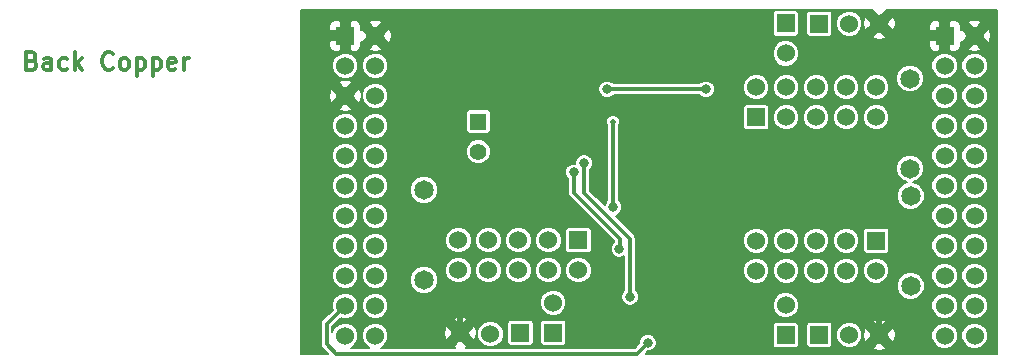
<source format=gbl>
G04 (created by PCBNEW (2013-07-07 BZR 4022)-stable) date 06/11/2013 18:13:24*
%MOIN*%
G04 Gerber Fmt 3.4, Leading zero omitted, Abs format*
%FSLAX34Y34*%
G01*
G70*
G90*
G04 APERTURE LIST*
%ADD10C,0.00590551*%
%ADD11C,0.011811*%
%ADD12R,0.06X0.06*%
%ADD13C,0.06*%
%ADD14R,0.055X0.055*%
%ADD15C,0.055*%
%ADD16C,0.065*%
%ADD17C,0.019685*%
%ADD18C,0.0314961*%
%ADD19C,0.019685*%
%ADD20C,0.00787402*%
G04 APERTURE END LIST*
G54D10*
G54D11*
X28430Y-34693D02*
X28515Y-34721D01*
X28543Y-34749D01*
X28571Y-34805D01*
X28571Y-34890D01*
X28543Y-34946D01*
X28515Y-34974D01*
X28458Y-35002D01*
X28233Y-35002D01*
X28233Y-34412D01*
X28430Y-34412D01*
X28487Y-34440D01*
X28515Y-34468D01*
X28543Y-34524D01*
X28543Y-34580D01*
X28515Y-34637D01*
X28487Y-34665D01*
X28430Y-34693D01*
X28233Y-34693D01*
X29077Y-35002D02*
X29077Y-34693D01*
X29049Y-34637D01*
X28993Y-34609D01*
X28880Y-34609D01*
X28824Y-34637D01*
X29077Y-34974D02*
X29021Y-35002D01*
X28880Y-35002D01*
X28824Y-34974D01*
X28796Y-34918D01*
X28796Y-34862D01*
X28824Y-34805D01*
X28880Y-34777D01*
X29021Y-34777D01*
X29077Y-34749D01*
X29611Y-34974D02*
X29555Y-35002D01*
X29443Y-35002D01*
X29386Y-34974D01*
X29358Y-34946D01*
X29330Y-34890D01*
X29330Y-34721D01*
X29358Y-34665D01*
X29386Y-34637D01*
X29443Y-34609D01*
X29555Y-34609D01*
X29611Y-34637D01*
X29865Y-35002D02*
X29865Y-34412D01*
X29921Y-34777D02*
X30089Y-35002D01*
X30089Y-34609D02*
X29865Y-34834D01*
X31130Y-34946D02*
X31102Y-34974D01*
X31017Y-35002D01*
X30961Y-35002D01*
X30877Y-34974D01*
X30821Y-34918D01*
X30793Y-34862D01*
X30764Y-34749D01*
X30764Y-34665D01*
X30793Y-34552D01*
X30821Y-34496D01*
X30877Y-34440D01*
X30961Y-34412D01*
X31017Y-34412D01*
X31102Y-34440D01*
X31130Y-34468D01*
X31467Y-35002D02*
X31411Y-34974D01*
X31383Y-34946D01*
X31355Y-34890D01*
X31355Y-34721D01*
X31383Y-34665D01*
X31411Y-34637D01*
X31467Y-34609D01*
X31552Y-34609D01*
X31608Y-34637D01*
X31636Y-34665D01*
X31664Y-34721D01*
X31664Y-34890D01*
X31636Y-34946D01*
X31608Y-34974D01*
X31552Y-35002D01*
X31467Y-35002D01*
X31917Y-34609D02*
X31917Y-35199D01*
X31917Y-34637D02*
X31974Y-34609D01*
X32086Y-34609D01*
X32142Y-34637D01*
X32170Y-34665D01*
X32199Y-34721D01*
X32199Y-34890D01*
X32170Y-34946D01*
X32142Y-34974D01*
X32086Y-35002D01*
X31974Y-35002D01*
X31917Y-34974D01*
X32452Y-34609D02*
X32452Y-35199D01*
X32452Y-34637D02*
X32508Y-34609D01*
X32620Y-34609D01*
X32677Y-34637D01*
X32705Y-34665D01*
X32733Y-34721D01*
X32733Y-34890D01*
X32705Y-34946D01*
X32677Y-34974D01*
X32620Y-35002D01*
X32508Y-35002D01*
X32452Y-34974D01*
X33211Y-34974D02*
X33155Y-35002D01*
X33042Y-35002D01*
X32986Y-34974D01*
X32958Y-34918D01*
X32958Y-34693D01*
X32986Y-34637D01*
X33042Y-34609D01*
X33155Y-34609D01*
X33211Y-34637D01*
X33239Y-34693D01*
X33239Y-34749D01*
X32958Y-34805D01*
X33492Y-35002D02*
X33492Y-34609D01*
X33492Y-34721D02*
X33520Y-34665D01*
X33548Y-34637D01*
X33605Y-34609D01*
X33661Y-34609D01*
G54D12*
X38870Y-33870D03*
G54D13*
X39870Y-33870D03*
X38870Y-34870D03*
X39870Y-34870D03*
X38870Y-35870D03*
X39870Y-35870D03*
X38870Y-36870D03*
X39870Y-36870D03*
X38870Y-37870D03*
X39870Y-37870D03*
X38870Y-38870D03*
X39870Y-38870D03*
X38870Y-39870D03*
X39870Y-39870D03*
X38870Y-40870D03*
X39870Y-40870D03*
X38870Y-41870D03*
X39870Y-41870D03*
X38870Y-42870D03*
X39870Y-42870D03*
X38870Y-43870D03*
X39870Y-43870D03*
G54D12*
X58850Y-33870D03*
G54D13*
X59850Y-33870D03*
X58850Y-34870D03*
X59850Y-34870D03*
X58850Y-35870D03*
X59850Y-35870D03*
X58850Y-36870D03*
X59850Y-36870D03*
X58850Y-37870D03*
X59850Y-37870D03*
X58850Y-38870D03*
X59850Y-38870D03*
X58850Y-39870D03*
X59850Y-39870D03*
X58850Y-40870D03*
X59850Y-40870D03*
X58850Y-41870D03*
X59850Y-41870D03*
X58850Y-42870D03*
X59850Y-42870D03*
X58850Y-43870D03*
X59850Y-43870D03*
G54D14*
X43307Y-36724D03*
G54D15*
X43307Y-37724D03*
G54D16*
X57696Y-38291D03*
X57696Y-35291D03*
X41496Y-39011D03*
X41496Y-42011D03*
X57716Y-39208D03*
X57716Y-42208D03*
G54D12*
X52566Y-36582D03*
G54D13*
X52566Y-35582D03*
X53566Y-36582D03*
X53566Y-35582D03*
X54566Y-36582D03*
X54566Y-35582D03*
X55566Y-36582D03*
X55566Y-35582D03*
X56566Y-36582D03*
X56566Y-35582D03*
G54D12*
X46645Y-40681D03*
G54D13*
X46645Y-41681D03*
X45645Y-40681D03*
X45645Y-41681D03*
X44645Y-40681D03*
X44645Y-41681D03*
X43645Y-40681D03*
X43645Y-41681D03*
X42645Y-40681D03*
X42645Y-41681D03*
G54D12*
X56566Y-40700D03*
G54D13*
X56566Y-41700D03*
X55566Y-40700D03*
X55566Y-41700D03*
X54566Y-40700D03*
X54566Y-41700D03*
X53566Y-40700D03*
X53566Y-41700D03*
X52566Y-40700D03*
X52566Y-41700D03*
G54D12*
X54669Y-33464D03*
G54D13*
X55669Y-33464D03*
X56669Y-33464D03*
G54D12*
X54669Y-43838D03*
G54D13*
X55669Y-43838D03*
X56669Y-43838D03*
G54D12*
X44710Y-43769D03*
G54D13*
X43710Y-43809D03*
X42710Y-43769D03*
G54D12*
X53553Y-43846D03*
G54D13*
X53553Y-42846D03*
G54D12*
X53553Y-33456D03*
G54D13*
X53553Y-34456D03*
G54D12*
X45807Y-43767D03*
G54D13*
X45807Y-42767D03*
G54D17*
X47795Y-36732D03*
G54D18*
X47807Y-39574D03*
X47598Y-35653D03*
X50897Y-35653D03*
X48956Y-44094D03*
X46488Y-38421D03*
X48011Y-40964D03*
X46838Y-38114D03*
X48366Y-42568D03*
X42736Y-42480D03*
X42204Y-39921D03*
X48868Y-36033D03*
X46250Y-42165D03*
X56712Y-42509D03*
X57283Y-40167D03*
X41190Y-37194D03*
X50295Y-43513D03*
X50305Y-42893D03*
X50236Y-41574D03*
X49734Y-40492D03*
X50314Y-38169D03*
G54D11*
X47807Y-36744D02*
X47795Y-36732D01*
X47807Y-36744D02*
X47807Y-39574D01*
X47807Y-39574D02*
X47803Y-39570D01*
X50897Y-35653D02*
X47598Y-35653D01*
X48956Y-44094D02*
X48956Y-44104D01*
X38854Y-42870D02*
X38870Y-42870D01*
X38248Y-43476D02*
X38248Y-44133D01*
X38854Y-42870D02*
X38248Y-43476D01*
X38572Y-44458D02*
X38248Y-44133D01*
X48602Y-44458D02*
X38572Y-44458D01*
X48956Y-44104D02*
X48602Y-44458D01*
X48019Y-40633D02*
X48019Y-40956D01*
X48019Y-40633D02*
X46488Y-39102D01*
X46488Y-39102D02*
X46488Y-38421D01*
X48019Y-40956D02*
X48011Y-40964D01*
X48362Y-40625D02*
X48362Y-42564D01*
X46842Y-39106D02*
X48362Y-40625D01*
X46842Y-38118D02*
X46842Y-39106D01*
X46838Y-38114D02*
X46842Y-38118D01*
X48362Y-42564D02*
X48366Y-42568D01*
G54D19*
X41190Y-36653D02*
X42007Y-35836D01*
X46712Y-36033D02*
X48868Y-36033D01*
X46515Y-35836D02*
X46712Y-36033D01*
X42007Y-35836D02*
X46515Y-35836D01*
X41190Y-37194D02*
X41190Y-36653D01*
X42736Y-42480D02*
X44704Y-42480D01*
X42710Y-42505D02*
X42736Y-42480D01*
X42710Y-43769D02*
X42710Y-42505D01*
X45019Y-42165D02*
X46250Y-42165D01*
X44704Y-42480D02*
X45019Y-42165D01*
X56712Y-42509D02*
X56712Y-42253D01*
X56669Y-42553D02*
X56712Y-42509D01*
X56669Y-43838D02*
X56669Y-42553D01*
X57283Y-41683D02*
X57283Y-40167D01*
X56712Y-42253D02*
X57283Y-41683D01*
X38931Y-35870D02*
X39438Y-36377D01*
X39438Y-36377D02*
X40374Y-36377D01*
X40374Y-36377D02*
X41190Y-37194D01*
X38870Y-35870D02*
X38931Y-35870D01*
G54D11*
X50295Y-43513D02*
X50295Y-43523D01*
X50314Y-42903D02*
X50314Y-42913D01*
X50305Y-42893D02*
X50314Y-42903D01*
X50246Y-41584D02*
X50255Y-41584D01*
X50236Y-41574D02*
X50246Y-41584D01*
G54D10*
G36*
X60590Y-44458D02*
X60396Y-44458D01*
X60396Y-33846D01*
X60363Y-33682D01*
X60284Y-33648D01*
X60072Y-33860D01*
X60072Y-33435D01*
X60038Y-33356D01*
X59827Y-33323D01*
X59662Y-33356D01*
X59628Y-33435D01*
X59850Y-33657D01*
X60072Y-33435D01*
X60072Y-33860D01*
X60062Y-33870D01*
X60284Y-34092D01*
X60363Y-34057D01*
X60396Y-33846D01*
X60396Y-44458D01*
X60288Y-44458D01*
X60288Y-43783D01*
X60288Y-42783D01*
X60288Y-41783D01*
X60288Y-40783D01*
X60288Y-39783D01*
X60288Y-38783D01*
X60288Y-37783D01*
X60288Y-36783D01*
X60288Y-35783D01*
X60288Y-34783D01*
X60221Y-34622D01*
X60098Y-34499D01*
X60072Y-34488D01*
X60072Y-34304D01*
X59850Y-34082D01*
X59638Y-34294D01*
X59638Y-33870D01*
X59416Y-33648D01*
X59386Y-33660D01*
X59386Y-33523D01*
X59350Y-33436D01*
X59284Y-33369D01*
X59197Y-33333D01*
X59103Y-33333D01*
X59059Y-33333D01*
X59000Y-33392D01*
X59000Y-33720D01*
X59114Y-33720D01*
X59114Y-34020D01*
X59000Y-34020D01*
X59000Y-34347D01*
X59059Y-34406D01*
X59103Y-34406D01*
X59197Y-34406D01*
X59284Y-34370D01*
X59350Y-34303D01*
X59386Y-34216D01*
X59386Y-34079D01*
X59416Y-34092D01*
X59638Y-33870D01*
X59638Y-34294D01*
X59628Y-34304D01*
X59662Y-34383D01*
X59873Y-34416D01*
X60038Y-34383D01*
X60072Y-34304D01*
X60072Y-34488D01*
X59937Y-34432D01*
X59763Y-34432D01*
X59602Y-34498D01*
X59479Y-34621D01*
X59412Y-34782D01*
X59412Y-34956D01*
X59479Y-35117D01*
X59602Y-35241D01*
X59762Y-35307D01*
X59937Y-35307D01*
X60098Y-35241D01*
X60221Y-35118D01*
X60288Y-34957D01*
X60288Y-34783D01*
X60288Y-35783D01*
X60221Y-35622D01*
X60098Y-35499D01*
X59937Y-35432D01*
X59763Y-35432D01*
X59602Y-35498D01*
X59479Y-35621D01*
X59412Y-35782D01*
X59412Y-35956D01*
X59479Y-36117D01*
X59602Y-36241D01*
X59762Y-36307D01*
X59937Y-36307D01*
X60098Y-36241D01*
X60221Y-36118D01*
X60288Y-35957D01*
X60288Y-35783D01*
X60288Y-36783D01*
X60221Y-36622D01*
X60098Y-36499D01*
X59937Y-36432D01*
X59763Y-36432D01*
X59602Y-36498D01*
X59479Y-36621D01*
X59412Y-36782D01*
X59412Y-36956D01*
X59479Y-37117D01*
X59602Y-37241D01*
X59762Y-37307D01*
X59937Y-37307D01*
X60098Y-37241D01*
X60221Y-37118D01*
X60288Y-36957D01*
X60288Y-36783D01*
X60288Y-37783D01*
X60221Y-37622D01*
X60098Y-37499D01*
X59937Y-37432D01*
X59763Y-37432D01*
X59602Y-37498D01*
X59479Y-37621D01*
X59412Y-37782D01*
X59412Y-37956D01*
X59479Y-38117D01*
X59602Y-38241D01*
X59762Y-38307D01*
X59937Y-38307D01*
X60098Y-38241D01*
X60221Y-38118D01*
X60288Y-37957D01*
X60288Y-37783D01*
X60288Y-38783D01*
X60221Y-38622D01*
X60098Y-38499D01*
X59937Y-38432D01*
X59763Y-38432D01*
X59602Y-38498D01*
X59479Y-38621D01*
X59412Y-38782D01*
X59412Y-38956D01*
X59479Y-39117D01*
X59602Y-39241D01*
X59762Y-39307D01*
X59937Y-39307D01*
X60098Y-39241D01*
X60221Y-39118D01*
X60288Y-38957D01*
X60288Y-38783D01*
X60288Y-39783D01*
X60221Y-39622D01*
X60098Y-39499D01*
X59937Y-39432D01*
X59763Y-39432D01*
X59602Y-39498D01*
X59479Y-39621D01*
X59412Y-39782D01*
X59412Y-39956D01*
X59479Y-40117D01*
X59602Y-40241D01*
X59762Y-40307D01*
X59937Y-40307D01*
X60098Y-40241D01*
X60221Y-40118D01*
X60288Y-39957D01*
X60288Y-39783D01*
X60288Y-40783D01*
X60221Y-40622D01*
X60098Y-40499D01*
X59937Y-40432D01*
X59763Y-40432D01*
X59602Y-40498D01*
X59479Y-40621D01*
X59412Y-40782D01*
X59412Y-40956D01*
X59479Y-41117D01*
X59602Y-41241D01*
X59762Y-41307D01*
X59937Y-41307D01*
X60098Y-41241D01*
X60221Y-41118D01*
X60288Y-40957D01*
X60288Y-40783D01*
X60288Y-41783D01*
X60221Y-41622D01*
X60098Y-41499D01*
X59937Y-41432D01*
X59763Y-41432D01*
X59602Y-41498D01*
X59479Y-41621D01*
X59412Y-41782D01*
X59412Y-41956D01*
X59479Y-42117D01*
X59602Y-42241D01*
X59762Y-42307D01*
X59937Y-42307D01*
X60098Y-42241D01*
X60221Y-42118D01*
X60288Y-41957D01*
X60288Y-41783D01*
X60288Y-42783D01*
X60221Y-42622D01*
X60098Y-42499D01*
X59937Y-42432D01*
X59763Y-42432D01*
X59602Y-42498D01*
X59479Y-42621D01*
X59412Y-42782D01*
X59412Y-42956D01*
X59479Y-43117D01*
X59602Y-43241D01*
X59762Y-43307D01*
X59937Y-43307D01*
X60098Y-43241D01*
X60221Y-43118D01*
X60288Y-42957D01*
X60288Y-42783D01*
X60288Y-43783D01*
X60221Y-43622D01*
X60098Y-43499D01*
X59937Y-43432D01*
X59763Y-43432D01*
X59602Y-43498D01*
X59479Y-43621D01*
X59412Y-43782D01*
X59412Y-43956D01*
X59479Y-44117D01*
X59602Y-44241D01*
X59762Y-44307D01*
X59937Y-44307D01*
X60098Y-44241D01*
X60221Y-44118D01*
X60288Y-43957D01*
X60288Y-43783D01*
X60288Y-44458D01*
X59288Y-44458D01*
X59288Y-43783D01*
X59288Y-42783D01*
X59288Y-41783D01*
X59288Y-40783D01*
X59288Y-39783D01*
X59288Y-38783D01*
X59288Y-37783D01*
X59288Y-36783D01*
X59288Y-35783D01*
X59288Y-34783D01*
X59221Y-34622D01*
X59098Y-34499D01*
X58937Y-34432D01*
X58763Y-34432D01*
X58700Y-34458D01*
X58700Y-34347D01*
X58700Y-34020D01*
X58700Y-33720D01*
X58700Y-33392D01*
X58641Y-33333D01*
X58597Y-33333D01*
X58503Y-33333D01*
X58416Y-33369D01*
X58350Y-33436D01*
X58314Y-33523D01*
X58314Y-33661D01*
X58373Y-33720D01*
X58700Y-33720D01*
X58700Y-34020D01*
X58373Y-34020D01*
X58314Y-34079D01*
X58314Y-34216D01*
X58350Y-34303D01*
X58416Y-34370D01*
X58503Y-34406D01*
X58597Y-34406D01*
X58641Y-34406D01*
X58700Y-34347D01*
X58700Y-34458D01*
X58602Y-34498D01*
X58479Y-34621D01*
X58412Y-34782D01*
X58412Y-34956D01*
X58479Y-35117D01*
X58602Y-35241D01*
X58762Y-35307D01*
X58937Y-35307D01*
X59098Y-35241D01*
X59221Y-35118D01*
X59288Y-34957D01*
X59288Y-34783D01*
X59288Y-35783D01*
X59221Y-35622D01*
X59098Y-35499D01*
X58937Y-35432D01*
X58763Y-35432D01*
X58602Y-35498D01*
X58479Y-35621D01*
X58412Y-35782D01*
X58412Y-35956D01*
X58479Y-36117D01*
X58602Y-36241D01*
X58762Y-36307D01*
X58937Y-36307D01*
X59098Y-36241D01*
X59221Y-36118D01*
X59288Y-35957D01*
X59288Y-35783D01*
X59288Y-36783D01*
X59221Y-36622D01*
X59098Y-36499D01*
X58937Y-36432D01*
X58763Y-36432D01*
X58602Y-36498D01*
X58479Y-36621D01*
X58412Y-36782D01*
X58412Y-36956D01*
X58479Y-37117D01*
X58602Y-37241D01*
X58762Y-37307D01*
X58937Y-37307D01*
X59098Y-37241D01*
X59221Y-37118D01*
X59288Y-36957D01*
X59288Y-36783D01*
X59288Y-37783D01*
X59221Y-37622D01*
X59098Y-37499D01*
X58937Y-37432D01*
X58763Y-37432D01*
X58602Y-37498D01*
X58479Y-37621D01*
X58412Y-37782D01*
X58412Y-37956D01*
X58479Y-38117D01*
X58602Y-38241D01*
X58762Y-38307D01*
X58937Y-38307D01*
X59098Y-38241D01*
X59221Y-38118D01*
X59288Y-37957D01*
X59288Y-37783D01*
X59288Y-38783D01*
X59221Y-38622D01*
X59098Y-38499D01*
X58937Y-38432D01*
X58763Y-38432D01*
X58602Y-38498D01*
X58479Y-38621D01*
X58412Y-38782D01*
X58412Y-38956D01*
X58479Y-39117D01*
X58602Y-39241D01*
X58762Y-39307D01*
X58937Y-39307D01*
X59098Y-39241D01*
X59221Y-39118D01*
X59288Y-38957D01*
X59288Y-38783D01*
X59288Y-39783D01*
X59221Y-39622D01*
X59098Y-39499D01*
X58937Y-39432D01*
X58763Y-39432D01*
X58602Y-39498D01*
X58479Y-39621D01*
X58412Y-39782D01*
X58412Y-39956D01*
X58479Y-40117D01*
X58602Y-40241D01*
X58762Y-40307D01*
X58937Y-40307D01*
X59098Y-40241D01*
X59221Y-40118D01*
X59288Y-39957D01*
X59288Y-39783D01*
X59288Y-40783D01*
X59221Y-40622D01*
X59098Y-40499D01*
X58937Y-40432D01*
X58763Y-40432D01*
X58602Y-40498D01*
X58479Y-40621D01*
X58412Y-40782D01*
X58412Y-40956D01*
X58479Y-41117D01*
X58602Y-41241D01*
X58762Y-41307D01*
X58937Y-41307D01*
X59098Y-41241D01*
X59221Y-41118D01*
X59288Y-40957D01*
X59288Y-40783D01*
X59288Y-41783D01*
X59221Y-41622D01*
X59098Y-41499D01*
X58937Y-41432D01*
X58763Y-41432D01*
X58602Y-41498D01*
X58479Y-41621D01*
X58412Y-41782D01*
X58412Y-41956D01*
X58479Y-42117D01*
X58602Y-42241D01*
X58762Y-42307D01*
X58937Y-42307D01*
X59098Y-42241D01*
X59221Y-42118D01*
X59288Y-41957D01*
X59288Y-41783D01*
X59288Y-42783D01*
X59221Y-42622D01*
X59098Y-42499D01*
X58937Y-42432D01*
X58763Y-42432D01*
X58602Y-42498D01*
X58479Y-42621D01*
X58412Y-42782D01*
X58412Y-42956D01*
X58479Y-43117D01*
X58602Y-43241D01*
X58762Y-43307D01*
X58937Y-43307D01*
X59098Y-43241D01*
X59221Y-43118D01*
X59288Y-42957D01*
X59288Y-42783D01*
X59288Y-43783D01*
X59221Y-43622D01*
X59098Y-43499D01*
X58937Y-43432D01*
X58763Y-43432D01*
X58602Y-43498D01*
X58479Y-43621D01*
X58412Y-43782D01*
X58412Y-43956D01*
X58479Y-44117D01*
X58602Y-44241D01*
X58762Y-44307D01*
X58937Y-44307D01*
X59098Y-44241D01*
X59221Y-44118D01*
X59288Y-43957D01*
X59288Y-43783D01*
X59288Y-44458D01*
X58179Y-44458D01*
X58179Y-42117D01*
X58179Y-39117D01*
X58109Y-38946D01*
X57979Y-38816D01*
X57808Y-38745D01*
X57808Y-38745D01*
X57958Y-38683D01*
X58088Y-38553D01*
X58159Y-38383D01*
X58159Y-38199D01*
X58159Y-35199D01*
X58089Y-35029D01*
X57959Y-34899D01*
X57789Y-34828D01*
X57605Y-34828D01*
X57435Y-34898D01*
X57304Y-35028D01*
X57234Y-35198D01*
X57233Y-35382D01*
X57304Y-35553D01*
X57434Y-35683D01*
X57604Y-35754D01*
X57788Y-35754D01*
X57958Y-35683D01*
X58088Y-35553D01*
X58159Y-35383D01*
X58159Y-35199D01*
X58159Y-38199D01*
X58089Y-38029D01*
X57959Y-37899D01*
X57789Y-37828D01*
X57605Y-37828D01*
X57435Y-37898D01*
X57304Y-38028D01*
X57234Y-38198D01*
X57233Y-38382D01*
X57304Y-38553D01*
X57434Y-38683D01*
X57604Y-38754D01*
X57604Y-38754D01*
X57454Y-38816D01*
X57324Y-38946D01*
X57253Y-39116D01*
X57253Y-39300D01*
X57323Y-39470D01*
X57454Y-39600D01*
X57624Y-39671D01*
X57808Y-39671D01*
X57978Y-39601D01*
X58108Y-39471D01*
X58179Y-39301D01*
X58179Y-39117D01*
X58179Y-42117D01*
X58109Y-41946D01*
X57979Y-41816D01*
X57808Y-41745D01*
X57624Y-41745D01*
X57454Y-41816D01*
X57324Y-41946D01*
X57253Y-42116D01*
X57253Y-42300D01*
X57323Y-42470D01*
X57454Y-42600D01*
X57624Y-42671D01*
X57808Y-42671D01*
X57978Y-42601D01*
X58108Y-42471D01*
X58179Y-42301D01*
X58179Y-42117D01*
X58179Y-44458D01*
X57215Y-44458D01*
X57215Y-43815D01*
X57215Y-33441D01*
X57182Y-33276D01*
X57103Y-33242D01*
X56881Y-33464D01*
X57103Y-33686D01*
X57182Y-33652D01*
X57215Y-33441D01*
X57215Y-43815D01*
X57182Y-43650D01*
X57103Y-43616D01*
X57004Y-43715D01*
X57004Y-41614D01*
X57004Y-36495D01*
X57004Y-35495D01*
X56938Y-35335D01*
X56891Y-35287D01*
X56891Y-33898D01*
X56669Y-33676D01*
X56457Y-33888D01*
X56457Y-33464D01*
X56235Y-33242D01*
X56155Y-33276D01*
X56123Y-33487D01*
X56155Y-33652D01*
X56235Y-33686D01*
X56457Y-33464D01*
X56457Y-33888D01*
X56447Y-33898D01*
X56481Y-33978D01*
X56692Y-34010D01*
X56856Y-33978D01*
X56891Y-33898D01*
X56891Y-35287D01*
X56815Y-35211D01*
X56654Y-35144D01*
X56480Y-35144D01*
X56319Y-35211D01*
X56196Y-35334D01*
X56129Y-35495D01*
X56129Y-35669D01*
X56195Y-35830D01*
X56318Y-35953D01*
X56479Y-36020D01*
X56653Y-36020D01*
X56814Y-35954D01*
X56937Y-35830D01*
X57004Y-35670D01*
X57004Y-35495D01*
X57004Y-36495D01*
X56938Y-36335D01*
X56815Y-36211D01*
X56654Y-36144D01*
X56480Y-36144D01*
X56319Y-36211D01*
X56196Y-36334D01*
X56129Y-36495D01*
X56129Y-36669D01*
X56195Y-36830D01*
X56318Y-36953D01*
X56479Y-37020D01*
X56653Y-37020D01*
X56814Y-36954D01*
X56937Y-36830D01*
X57004Y-36670D01*
X57004Y-36495D01*
X57004Y-41614D01*
X57004Y-41613D01*
X57004Y-40973D01*
X57004Y-40373D01*
X56983Y-40322D01*
X56945Y-40284D01*
X56894Y-40263D01*
X56839Y-40262D01*
X56239Y-40262D01*
X56188Y-40283D01*
X56150Y-40322D01*
X56129Y-40373D01*
X56129Y-40428D01*
X56129Y-41028D01*
X56150Y-41078D01*
X56188Y-41117D01*
X56239Y-41138D01*
X56294Y-41138D01*
X56894Y-41138D01*
X56944Y-41117D01*
X56983Y-41078D01*
X57004Y-41028D01*
X57004Y-40973D01*
X57004Y-41613D01*
X56938Y-41453D01*
X56815Y-41329D01*
X56654Y-41263D01*
X56480Y-41262D01*
X56319Y-41329D01*
X56196Y-41452D01*
X56129Y-41613D01*
X56129Y-41787D01*
X56195Y-41948D01*
X56318Y-42071D01*
X56479Y-42138D01*
X56653Y-42138D01*
X56814Y-42072D01*
X56937Y-41949D01*
X57004Y-41788D01*
X57004Y-41614D01*
X57004Y-43715D01*
X56891Y-43828D01*
X56891Y-43404D01*
X56856Y-43325D01*
X56646Y-43292D01*
X56481Y-43325D01*
X56447Y-43404D01*
X56669Y-43626D01*
X56891Y-43404D01*
X56891Y-43828D01*
X56881Y-43838D01*
X57103Y-44060D01*
X57182Y-44026D01*
X57215Y-43815D01*
X57215Y-44458D01*
X56891Y-44458D01*
X56891Y-44272D01*
X56669Y-44050D01*
X56457Y-44262D01*
X56457Y-43838D01*
X56235Y-43616D01*
X56155Y-43650D01*
X56123Y-43861D01*
X56155Y-44026D01*
X56235Y-44060D01*
X56457Y-43838D01*
X56457Y-44262D01*
X56447Y-44272D01*
X56481Y-44352D01*
X56692Y-44384D01*
X56856Y-44352D01*
X56891Y-44272D01*
X56891Y-44458D01*
X56107Y-44458D01*
X56107Y-43751D01*
X56107Y-33377D01*
X56040Y-33216D01*
X55917Y-33093D01*
X55756Y-33026D01*
X55582Y-33026D01*
X55421Y-33093D01*
X55298Y-33216D01*
X55231Y-33377D01*
X55231Y-33551D01*
X55297Y-33712D01*
X55420Y-33835D01*
X55581Y-33902D01*
X55755Y-33902D01*
X55916Y-33835D01*
X56040Y-33712D01*
X56107Y-33552D01*
X56107Y-33377D01*
X56107Y-43751D01*
X56040Y-43590D01*
X56004Y-43555D01*
X56004Y-41614D01*
X56004Y-40614D01*
X56004Y-36495D01*
X56004Y-35495D01*
X55938Y-35335D01*
X55815Y-35211D01*
X55654Y-35144D01*
X55480Y-35144D01*
X55319Y-35211D01*
X55196Y-35334D01*
X55129Y-35495D01*
X55129Y-35669D01*
X55195Y-35830D01*
X55318Y-35953D01*
X55479Y-36020D01*
X55653Y-36020D01*
X55814Y-35954D01*
X55937Y-35830D01*
X56004Y-35670D01*
X56004Y-35495D01*
X56004Y-36495D01*
X55938Y-36335D01*
X55815Y-36211D01*
X55654Y-36144D01*
X55480Y-36144D01*
X55319Y-36211D01*
X55196Y-36334D01*
X55129Y-36495D01*
X55129Y-36669D01*
X55195Y-36830D01*
X55318Y-36953D01*
X55479Y-37020D01*
X55653Y-37020D01*
X55814Y-36954D01*
X55937Y-36830D01*
X56004Y-36670D01*
X56004Y-36495D01*
X56004Y-40614D01*
X55938Y-40453D01*
X55815Y-40329D01*
X55654Y-40263D01*
X55480Y-40262D01*
X55319Y-40329D01*
X55196Y-40452D01*
X55129Y-40613D01*
X55129Y-40787D01*
X55195Y-40948D01*
X55318Y-41071D01*
X55479Y-41138D01*
X55653Y-41138D01*
X55814Y-41072D01*
X55937Y-40949D01*
X56004Y-40788D01*
X56004Y-40614D01*
X56004Y-41614D01*
X55938Y-41453D01*
X55815Y-41329D01*
X55654Y-41263D01*
X55480Y-41262D01*
X55319Y-41329D01*
X55196Y-41452D01*
X55129Y-41613D01*
X55129Y-41787D01*
X55195Y-41948D01*
X55318Y-42071D01*
X55479Y-42138D01*
X55653Y-42138D01*
X55814Y-42072D01*
X55937Y-41949D01*
X56004Y-41788D01*
X56004Y-41614D01*
X56004Y-43555D01*
X55917Y-43467D01*
X55756Y-43400D01*
X55582Y-43400D01*
X55421Y-43467D01*
X55298Y-43590D01*
X55231Y-43751D01*
X55231Y-43925D01*
X55297Y-44086D01*
X55420Y-44209D01*
X55581Y-44276D01*
X55755Y-44276D01*
X55916Y-44209D01*
X56040Y-44086D01*
X56107Y-43926D01*
X56107Y-43751D01*
X56107Y-44458D01*
X55107Y-44458D01*
X55107Y-44111D01*
X55107Y-43511D01*
X55107Y-33737D01*
X55107Y-33137D01*
X55086Y-33086D01*
X55047Y-33047D01*
X54996Y-33026D01*
X54942Y-33026D01*
X54342Y-33026D01*
X54291Y-33047D01*
X54252Y-33086D01*
X54231Y-33137D01*
X54231Y-33191D01*
X54231Y-33791D01*
X54252Y-33842D01*
X54291Y-33881D01*
X54341Y-33902D01*
X54396Y-33902D01*
X54996Y-33902D01*
X55047Y-33881D01*
X55086Y-33842D01*
X55107Y-33792D01*
X55107Y-33737D01*
X55107Y-43511D01*
X55086Y-43460D01*
X55047Y-43421D01*
X55004Y-43404D01*
X55004Y-41614D01*
X55004Y-40614D01*
X55004Y-36495D01*
X55004Y-35495D01*
X54938Y-35335D01*
X54815Y-35211D01*
X54654Y-35144D01*
X54480Y-35144D01*
X54319Y-35211D01*
X54196Y-35334D01*
X54129Y-35495D01*
X54129Y-35669D01*
X54195Y-35830D01*
X54318Y-35953D01*
X54479Y-36020D01*
X54653Y-36020D01*
X54814Y-35954D01*
X54937Y-35830D01*
X55004Y-35670D01*
X55004Y-35495D01*
X55004Y-36495D01*
X54938Y-36335D01*
X54815Y-36211D01*
X54654Y-36144D01*
X54480Y-36144D01*
X54319Y-36211D01*
X54196Y-36334D01*
X54129Y-36495D01*
X54129Y-36669D01*
X54195Y-36830D01*
X54318Y-36953D01*
X54479Y-37020D01*
X54653Y-37020D01*
X54814Y-36954D01*
X54937Y-36830D01*
X55004Y-36670D01*
X55004Y-36495D01*
X55004Y-40614D01*
X54938Y-40453D01*
X54815Y-40329D01*
X54654Y-40263D01*
X54480Y-40262D01*
X54319Y-40329D01*
X54196Y-40452D01*
X54129Y-40613D01*
X54129Y-40787D01*
X54195Y-40948D01*
X54318Y-41071D01*
X54479Y-41138D01*
X54653Y-41138D01*
X54814Y-41072D01*
X54937Y-40949D01*
X55004Y-40788D01*
X55004Y-40614D01*
X55004Y-41614D01*
X54938Y-41453D01*
X54815Y-41329D01*
X54654Y-41263D01*
X54480Y-41262D01*
X54319Y-41329D01*
X54196Y-41452D01*
X54129Y-41613D01*
X54129Y-41787D01*
X54195Y-41948D01*
X54318Y-42071D01*
X54479Y-42138D01*
X54653Y-42138D01*
X54814Y-42072D01*
X54937Y-41949D01*
X55004Y-41788D01*
X55004Y-41614D01*
X55004Y-43404D01*
X54996Y-43400D01*
X54942Y-43400D01*
X54342Y-43400D01*
X54291Y-43421D01*
X54252Y-43460D01*
X54231Y-43511D01*
X54231Y-43565D01*
X54231Y-44165D01*
X54252Y-44216D01*
X54291Y-44255D01*
X54341Y-44276D01*
X54396Y-44276D01*
X54996Y-44276D01*
X55047Y-44255D01*
X55086Y-44216D01*
X55107Y-44166D01*
X55107Y-44111D01*
X55107Y-44458D01*
X54004Y-44458D01*
X54004Y-41614D01*
X54004Y-40614D01*
X54004Y-36495D01*
X54004Y-35495D01*
X53991Y-35462D01*
X53991Y-34369D01*
X53990Y-34369D01*
X53990Y-33729D01*
X53990Y-33129D01*
X53970Y-33078D01*
X53931Y-33039D01*
X53880Y-33018D01*
X53825Y-33018D01*
X53225Y-33018D01*
X53175Y-33039D01*
X53136Y-33078D01*
X53115Y-33129D01*
X53115Y-33183D01*
X53115Y-33783D01*
X53136Y-33834D01*
X53174Y-33873D01*
X53225Y-33894D01*
X53280Y-33894D01*
X53880Y-33894D01*
X53931Y-33873D01*
X53969Y-33834D01*
X53990Y-33784D01*
X53990Y-33729D01*
X53990Y-34369D01*
X53924Y-34209D01*
X53801Y-34085D01*
X53640Y-34018D01*
X53466Y-34018D01*
X53305Y-34085D01*
X53182Y-34208D01*
X53115Y-34369D01*
X53115Y-34543D01*
X53181Y-34704D01*
X53304Y-34827D01*
X53465Y-34894D01*
X53639Y-34894D01*
X53800Y-34828D01*
X53924Y-34705D01*
X53990Y-34544D01*
X53991Y-34369D01*
X53991Y-35462D01*
X53938Y-35335D01*
X53815Y-35211D01*
X53654Y-35144D01*
X53480Y-35144D01*
X53319Y-35211D01*
X53196Y-35334D01*
X53129Y-35495D01*
X53129Y-35669D01*
X53195Y-35830D01*
X53318Y-35953D01*
X53479Y-36020D01*
X53653Y-36020D01*
X53814Y-35954D01*
X53937Y-35830D01*
X54004Y-35670D01*
X54004Y-35495D01*
X54004Y-36495D01*
X53938Y-36335D01*
X53815Y-36211D01*
X53654Y-36144D01*
X53480Y-36144D01*
X53319Y-36211D01*
X53196Y-36334D01*
X53129Y-36495D01*
X53129Y-36669D01*
X53195Y-36830D01*
X53318Y-36953D01*
X53479Y-37020D01*
X53653Y-37020D01*
X53814Y-36954D01*
X53937Y-36830D01*
X54004Y-36670D01*
X54004Y-36495D01*
X54004Y-40614D01*
X53938Y-40453D01*
X53815Y-40329D01*
X53654Y-40263D01*
X53480Y-40262D01*
X53319Y-40329D01*
X53196Y-40452D01*
X53129Y-40613D01*
X53129Y-40787D01*
X53195Y-40948D01*
X53318Y-41071D01*
X53479Y-41138D01*
X53653Y-41138D01*
X53814Y-41072D01*
X53937Y-40949D01*
X54004Y-40788D01*
X54004Y-40614D01*
X54004Y-41614D01*
X53938Y-41453D01*
X53815Y-41329D01*
X53654Y-41263D01*
X53480Y-41262D01*
X53319Y-41329D01*
X53196Y-41452D01*
X53129Y-41613D01*
X53129Y-41787D01*
X53195Y-41948D01*
X53318Y-42071D01*
X53479Y-42138D01*
X53653Y-42138D01*
X53814Y-42072D01*
X53937Y-41949D01*
X54004Y-41788D01*
X54004Y-41614D01*
X54004Y-44458D01*
X53991Y-44458D01*
X53991Y-42759D01*
X53924Y-42598D01*
X53801Y-42475D01*
X53640Y-42408D01*
X53466Y-42408D01*
X53305Y-42475D01*
X53182Y-42598D01*
X53115Y-42758D01*
X53115Y-42933D01*
X53181Y-43094D01*
X53304Y-43217D01*
X53465Y-43284D01*
X53639Y-43284D01*
X53800Y-43217D01*
X53924Y-43094D01*
X53990Y-42933D01*
X53991Y-42759D01*
X53991Y-44458D01*
X53990Y-44458D01*
X53990Y-44119D01*
X53990Y-43519D01*
X53970Y-43468D01*
X53931Y-43429D01*
X53880Y-43408D01*
X53825Y-43408D01*
X53225Y-43408D01*
X53175Y-43429D01*
X53136Y-43468D01*
X53115Y-43518D01*
X53115Y-43573D01*
X53115Y-44173D01*
X53136Y-44224D01*
X53174Y-44263D01*
X53225Y-44284D01*
X53280Y-44284D01*
X53880Y-44284D01*
X53931Y-44263D01*
X53969Y-44224D01*
X53990Y-44173D01*
X53990Y-44119D01*
X53990Y-44458D01*
X53004Y-44458D01*
X53004Y-41614D01*
X53004Y-40614D01*
X53004Y-35495D01*
X52938Y-35335D01*
X52815Y-35211D01*
X52654Y-35144D01*
X52480Y-35144D01*
X52319Y-35211D01*
X52196Y-35334D01*
X52129Y-35495D01*
X52129Y-35669D01*
X52195Y-35830D01*
X52318Y-35953D01*
X52479Y-36020D01*
X52653Y-36020D01*
X52814Y-35954D01*
X52937Y-35830D01*
X53004Y-35670D01*
X53004Y-35495D01*
X53004Y-40614D01*
X53004Y-40613D01*
X53004Y-36855D01*
X53004Y-36255D01*
X52983Y-36204D01*
X52945Y-36165D01*
X52894Y-36144D01*
X52839Y-36144D01*
X52239Y-36144D01*
X52188Y-36165D01*
X52150Y-36204D01*
X52129Y-36255D01*
X52129Y-36309D01*
X52129Y-36909D01*
X52150Y-36960D01*
X52188Y-36999D01*
X52239Y-37020D01*
X52294Y-37020D01*
X52894Y-37020D01*
X52944Y-36999D01*
X52983Y-36960D01*
X53004Y-36910D01*
X53004Y-36855D01*
X53004Y-40613D01*
X52938Y-40453D01*
X52815Y-40329D01*
X52654Y-40263D01*
X52480Y-40262D01*
X52319Y-40329D01*
X52196Y-40452D01*
X52129Y-40613D01*
X52129Y-40787D01*
X52195Y-40948D01*
X52318Y-41071D01*
X52479Y-41138D01*
X52653Y-41138D01*
X52814Y-41072D01*
X52937Y-40949D01*
X53004Y-40788D01*
X53004Y-40614D01*
X53004Y-41614D01*
X52938Y-41453D01*
X52815Y-41329D01*
X52654Y-41263D01*
X52480Y-41262D01*
X52319Y-41329D01*
X52196Y-41452D01*
X52129Y-41613D01*
X52129Y-41787D01*
X52195Y-41948D01*
X52318Y-42071D01*
X52479Y-42138D01*
X52653Y-42138D01*
X52814Y-42072D01*
X52937Y-41949D01*
X53004Y-41788D01*
X53004Y-41614D01*
X53004Y-44458D01*
X51192Y-44458D01*
X51192Y-35595D01*
X51148Y-35486D01*
X51065Y-35403D01*
X50956Y-35358D01*
X50839Y-35358D01*
X50730Y-35403D01*
X50676Y-35456D01*
X47819Y-35456D01*
X47765Y-35403D01*
X47657Y-35358D01*
X47539Y-35358D01*
X47431Y-35403D01*
X47348Y-35486D01*
X47303Y-35594D01*
X47303Y-35712D01*
X47347Y-35820D01*
X47430Y-35903D01*
X47539Y-35948D01*
X47656Y-35948D01*
X47765Y-35904D01*
X47819Y-35850D01*
X50676Y-35850D01*
X50730Y-35903D01*
X50838Y-35948D01*
X50956Y-35948D01*
X51064Y-35904D01*
X51147Y-35821D01*
X51192Y-35712D01*
X51192Y-35595D01*
X51192Y-44458D01*
X48880Y-44458D01*
X48949Y-44389D01*
X49015Y-44389D01*
X49123Y-44344D01*
X49206Y-44261D01*
X49251Y-44153D01*
X49252Y-44036D01*
X49207Y-43927D01*
X49124Y-43844D01*
X49015Y-43799D01*
X48898Y-43799D01*
X48789Y-43844D01*
X48706Y-43927D01*
X48661Y-44035D01*
X48661Y-44035D01*
X48661Y-42510D01*
X48616Y-42401D01*
X48559Y-42344D01*
X48559Y-40625D01*
X48544Y-40550D01*
X48501Y-40486D01*
X48501Y-40486D01*
X47879Y-39864D01*
X47974Y-39825D01*
X48057Y-39742D01*
X48102Y-39633D01*
X48102Y-39516D01*
X48057Y-39407D01*
X48003Y-39354D01*
X48003Y-36845D01*
X48031Y-36779D01*
X48031Y-36685D01*
X47995Y-36598D01*
X47929Y-36532D01*
X47842Y-36496D01*
X47748Y-36496D01*
X47661Y-36531D01*
X47595Y-36598D01*
X47559Y-36685D01*
X47559Y-36779D01*
X47594Y-36865D01*
X47610Y-36881D01*
X47610Y-39354D01*
X47556Y-39407D01*
X47517Y-39502D01*
X47039Y-39024D01*
X47039Y-38330D01*
X47088Y-38281D01*
X47133Y-38173D01*
X47133Y-38055D01*
X47089Y-37947D01*
X47006Y-37863D01*
X46897Y-37818D01*
X46780Y-37818D01*
X46671Y-37863D01*
X46588Y-37946D01*
X46543Y-38055D01*
X46543Y-38126D01*
X46429Y-38125D01*
X46321Y-38170D01*
X46238Y-38253D01*
X46192Y-38362D01*
X46192Y-38479D01*
X46237Y-38588D01*
X46291Y-38642D01*
X46291Y-39102D01*
X46306Y-39177D01*
X46348Y-39241D01*
X47822Y-40715D01*
X47822Y-40735D01*
X47761Y-40797D01*
X47716Y-40905D01*
X47716Y-41023D01*
X47761Y-41131D01*
X47844Y-41214D01*
X47952Y-41259D01*
X48070Y-41259D01*
X48165Y-41220D01*
X48165Y-42352D01*
X48115Y-42401D01*
X48070Y-42509D01*
X48070Y-42627D01*
X48115Y-42735D01*
X48198Y-42819D01*
X48307Y-42864D01*
X48424Y-42864D01*
X48533Y-42819D01*
X48616Y-42736D01*
X48661Y-42627D01*
X48661Y-42510D01*
X48661Y-44035D01*
X48661Y-44121D01*
X48520Y-44261D01*
X47083Y-44261D01*
X47083Y-41594D01*
X47083Y-41594D01*
X47083Y-40953D01*
X47083Y-40353D01*
X47062Y-40303D01*
X47023Y-40264D01*
X46973Y-40243D01*
X46918Y-40243D01*
X46318Y-40243D01*
X46267Y-40264D01*
X46228Y-40302D01*
X46207Y-40353D01*
X46207Y-40408D01*
X46207Y-41008D01*
X46228Y-41059D01*
X46267Y-41097D01*
X46318Y-41118D01*
X46372Y-41118D01*
X46972Y-41118D01*
X47023Y-41097D01*
X47062Y-41059D01*
X47083Y-41008D01*
X47083Y-40953D01*
X47083Y-41594D01*
X47017Y-41433D01*
X46893Y-41310D01*
X46733Y-41243D01*
X46558Y-41243D01*
X46398Y-41309D01*
X46274Y-41432D01*
X46207Y-41593D01*
X46207Y-41767D01*
X46274Y-41928D01*
X46397Y-42052D01*
X46558Y-42118D01*
X46732Y-42118D01*
X46893Y-42052D01*
X47016Y-41929D01*
X47083Y-41768D01*
X47083Y-41594D01*
X47083Y-44261D01*
X46244Y-44261D01*
X46244Y-42681D01*
X46178Y-42520D01*
X46083Y-42424D01*
X46083Y-41594D01*
X46083Y-40594D01*
X46017Y-40433D01*
X45893Y-40310D01*
X45733Y-40243D01*
X45558Y-40243D01*
X45398Y-40309D01*
X45274Y-40432D01*
X45207Y-40593D01*
X45207Y-40767D01*
X45274Y-40928D01*
X45397Y-41052D01*
X45558Y-41118D01*
X45732Y-41118D01*
X45893Y-41052D01*
X46016Y-40929D01*
X46083Y-40768D01*
X46083Y-40594D01*
X46083Y-41594D01*
X46017Y-41433D01*
X45893Y-41310D01*
X45733Y-41243D01*
X45558Y-41243D01*
X45398Y-41309D01*
X45274Y-41432D01*
X45207Y-41593D01*
X45207Y-41767D01*
X45274Y-41928D01*
X45397Y-42052D01*
X45558Y-42118D01*
X45732Y-42118D01*
X45893Y-42052D01*
X46016Y-41929D01*
X46083Y-41768D01*
X46083Y-41594D01*
X46083Y-42424D01*
X46055Y-42396D01*
X45894Y-42329D01*
X45720Y-42329D01*
X45559Y-42396D01*
X45436Y-42519D01*
X45369Y-42680D01*
X45369Y-42854D01*
X45435Y-43015D01*
X45558Y-43138D01*
X45719Y-43205D01*
X45893Y-43205D01*
X46054Y-43139D01*
X46178Y-43016D01*
X46244Y-42855D01*
X46244Y-42681D01*
X46244Y-44261D01*
X46244Y-44261D01*
X46244Y-44040D01*
X46244Y-43440D01*
X46223Y-43389D01*
X46185Y-43350D01*
X46134Y-43329D01*
X46079Y-43329D01*
X45479Y-43329D01*
X45429Y-43350D01*
X45390Y-43389D01*
X45369Y-43440D01*
X45369Y-43495D01*
X45369Y-44095D01*
X45390Y-44145D01*
X45428Y-44184D01*
X45479Y-44205D01*
X45534Y-44205D01*
X46134Y-44205D01*
X46185Y-44184D01*
X46223Y-44145D01*
X46244Y-44095D01*
X46244Y-44040D01*
X46244Y-44261D01*
X45148Y-44261D01*
X45148Y-44042D01*
X45148Y-43442D01*
X45127Y-43391D01*
X45088Y-43352D01*
X45083Y-43350D01*
X45083Y-41594D01*
X45083Y-40594D01*
X45017Y-40433D01*
X44893Y-40310D01*
X44733Y-40243D01*
X44558Y-40243D01*
X44398Y-40309D01*
X44274Y-40432D01*
X44207Y-40593D01*
X44207Y-40767D01*
X44274Y-40928D01*
X44397Y-41052D01*
X44558Y-41118D01*
X44732Y-41118D01*
X44893Y-41052D01*
X45016Y-40929D01*
X45083Y-40768D01*
X45083Y-40594D01*
X45083Y-41594D01*
X45017Y-41433D01*
X44893Y-41310D01*
X44733Y-41243D01*
X44558Y-41243D01*
X44398Y-41309D01*
X44274Y-41432D01*
X44207Y-41593D01*
X44207Y-41767D01*
X44274Y-41928D01*
X44397Y-42052D01*
X44558Y-42118D01*
X44732Y-42118D01*
X44893Y-42052D01*
X45016Y-41929D01*
X45083Y-41768D01*
X45083Y-41594D01*
X45083Y-43350D01*
X45038Y-43331D01*
X44983Y-43331D01*
X44383Y-43331D01*
X44332Y-43352D01*
X44293Y-43391D01*
X44272Y-43442D01*
X44272Y-43496D01*
X44272Y-44096D01*
X44293Y-44147D01*
X44332Y-44186D01*
X44383Y-44207D01*
X44437Y-44207D01*
X45037Y-44207D01*
X45088Y-44186D01*
X45127Y-44147D01*
X45148Y-44097D01*
X45148Y-44042D01*
X45148Y-44261D01*
X44148Y-44261D01*
X44148Y-43722D01*
X44083Y-43565D01*
X44083Y-41594D01*
X44083Y-40594D01*
X44017Y-40433D01*
X43893Y-40310D01*
X43733Y-40243D01*
X43719Y-40243D01*
X43719Y-37642D01*
X43719Y-37642D01*
X43719Y-36972D01*
X43719Y-36422D01*
X43698Y-36371D01*
X43660Y-36332D01*
X43609Y-36311D01*
X43554Y-36311D01*
X43004Y-36311D01*
X42954Y-36332D01*
X42915Y-36371D01*
X42894Y-36421D01*
X42894Y-36476D01*
X42894Y-37026D01*
X42915Y-37077D01*
X42953Y-37116D01*
X43004Y-37137D01*
X43059Y-37137D01*
X43609Y-37137D01*
X43660Y-37116D01*
X43698Y-37077D01*
X43719Y-37026D01*
X43719Y-36972D01*
X43719Y-37642D01*
X43657Y-37490D01*
X43541Y-37374D01*
X43389Y-37311D01*
X43225Y-37311D01*
X43073Y-37374D01*
X42957Y-37490D01*
X42894Y-37641D01*
X42894Y-37806D01*
X42956Y-37957D01*
X43072Y-38074D01*
X43224Y-38137D01*
X43388Y-38137D01*
X43540Y-38074D01*
X43656Y-37958D01*
X43719Y-37806D01*
X43719Y-37642D01*
X43719Y-40243D01*
X43558Y-40243D01*
X43398Y-40309D01*
X43274Y-40432D01*
X43207Y-40593D01*
X43207Y-40767D01*
X43274Y-40928D01*
X43397Y-41052D01*
X43558Y-41118D01*
X43732Y-41118D01*
X43893Y-41052D01*
X44016Y-40929D01*
X44083Y-40768D01*
X44083Y-40594D01*
X44083Y-41594D01*
X44017Y-41433D01*
X43893Y-41310D01*
X43733Y-41243D01*
X43558Y-41243D01*
X43398Y-41309D01*
X43274Y-41432D01*
X43207Y-41593D01*
X43207Y-41767D01*
X43274Y-41928D01*
X43397Y-42052D01*
X43558Y-42118D01*
X43732Y-42118D01*
X43893Y-42052D01*
X44016Y-41929D01*
X44083Y-41768D01*
X44083Y-41594D01*
X44083Y-43565D01*
X44081Y-43561D01*
X43958Y-43438D01*
X43798Y-43371D01*
X43623Y-43371D01*
X43462Y-43437D01*
X43339Y-43560D01*
X43272Y-43721D01*
X43272Y-43895D01*
X43339Y-44056D01*
X43462Y-44179D01*
X43623Y-44246D01*
X43797Y-44246D01*
X43958Y-44180D01*
X44081Y-44057D01*
X44148Y-43896D01*
X44148Y-43722D01*
X44148Y-44261D01*
X43256Y-44261D01*
X43256Y-43746D01*
X43224Y-43582D01*
X43144Y-43547D01*
X43083Y-43608D01*
X43083Y-41594D01*
X43083Y-40594D01*
X43017Y-40433D01*
X42893Y-40310D01*
X42733Y-40243D01*
X42558Y-40243D01*
X42398Y-40309D01*
X42274Y-40432D01*
X42207Y-40593D01*
X42207Y-40767D01*
X42274Y-40928D01*
X42397Y-41052D01*
X42558Y-41118D01*
X42732Y-41118D01*
X42893Y-41052D01*
X43016Y-40929D01*
X43083Y-40768D01*
X43083Y-40594D01*
X43083Y-41594D01*
X43017Y-41433D01*
X42893Y-41310D01*
X42733Y-41243D01*
X42558Y-41243D01*
X42398Y-41309D01*
X42274Y-41432D01*
X42207Y-41593D01*
X42207Y-41767D01*
X42274Y-41928D01*
X42397Y-42052D01*
X42558Y-42118D01*
X42732Y-42118D01*
X42893Y-42052D01*
X43016Y-41929D01*
X43083Y-41768D01*
X43083Y-41594D01*
X43083Y-43608D01*
X42932Y-43759D01*
X42932Y-43335D01*
X42898Y-43256D01*
X42687Y-43223D01*
X42522Y-43256D01*
X42488Y-43335D01*
X42710Y-43557D01*
X42932Y-43335D01*
X42932Y-43759D01*
X42922Y-43769D01*
X43144Y-43991D01*
X43224Y-43957D01*
X43256Y-43746D01*
X43256Y-44261D01*
X42907Y-44261D01*
X42932Y-44203D01*
X42710Y-43981D01*
X42498Y-44193D01*
X42498Y-43769D01*
X42276Y-43547D01*
X42197Y-43582D01*
X42164Y-43792D01*
X42197Y-43957D01*
X42276Y-43991D01*
X42498Y-43769D01*
X42498Y-44193D01*
X42488Y-44203D01*
X42513Y-44261D01*
X41958Y-44261D01*
X41958Y-41920D01*
X41958Y-38920D01*
X41888Y-38750D01*
X41758Y-38619D01*
X41588Y-38549D01*
X41404Y-38548D01*
X41234Y-38619D01*
X41103Y-38749D01*
X41033Y-38919D01*
X41033Y-39103D01*
X41103Y-39273D01*
X41233Y-39403D01*
X41403Y-39474D01*
X41587Y-39474D01*
X41757Y-39404D01*
X41888Y-39274D01*
X41958Y-39104D01*
X41958Y-38920D01*
X41958Y-41920D01*
X41888Y-41750D01*
X41758Y-41619D01*
X41588Y-41549D01*
X41404Y-41548D01*
X41234Y-41619D01*
X41103Y-41749D01*
X41033Y-41919D01*
X41033Y-42103D01*
X41103Y-42273D01*
X41233Y-42403D01*
X41403Y-42474D01*
X41587Y-42474D01*
X41757Y-42404D01*
X41888Y-42274D01*
X41958Y-42104D01*
X41958Y-41920D01*
X41958Y-44261D01*
X40416Y-44261D01*
X40416Y-33846D01*
X40383Y-33682D01*
X40304Y-33648D01*
X40092Y-33860D01*
X40092Y-33435D01*
X40057Y-33356D01*
X39846Y-33323D01*
X39682Y-33356D01*
X39648Y-33435D01*
X39870Y-33657D01*
X40092Y-33435D01*
X40092Y-33860D01*
X40082Y-33870D01*
X40304Y-34092D01*
X40383Y-34057D01*
X40416Y-33846D01*
X40416Y-44261D01*
X40068Y-44261D01*
X40117Y-44241D01*
X40241Y-44118D01*
X40307Y-43957D01*
X40307Y-43783D01*
X40307Y-42783D01*
X40307Y-41783D01*
X40307Y-40783D01*
X40307Y-39783D01*
X40307Y-38783D01*
X40307Y-37783D01*
X40307Y-36783D01*
X40307Y-35783D01*
X40307Y-34783D01*
X40241Y-34622D01*
X40118Y-34499D01*
X40092Y-34488D01*
X40092Y-34304D01*
X39870Y-34082D01*
X39657Y-34294D01*
X39657Y-33870D01*
X39435Y-33648D01*
X39406Y-33660D01*
X39406Y-33523D01*
X39370Y-33436D01*
X39304Y-33369D01*
X39217Y-33333D01*
X39123Y-33333D01*
X39079Y-33333D01*
X39020Y-33392D01*
X39020Y-33720D01*
X39133Y-33720D01*
X39133Y-34020D01*
X39020Y-34020D01*
X39020Y-34347D01*
X39079Y-34406D01*
X39123Y-34406D01*
X39217Y-34406D01*
X39304Y-34370D01*
X39370Y-34303D01*
X39406Y-34216D01*
X39406Y-34079D01*
X39435Y-34092D01*
X39657Y-33870D01*
X39657Y-34294D01*
X39648Y-34304D01*
X39682Y-34383D01*
X39893Y-34416D01*
X40057Y-34383D01*
X40092Y-34304D01*
X40092Y-34488D01*
X39957Y-34432D01*
X39783Y-34432D01*
X39622Y-34498D01*
X39499Y-34621D01*
X39432Y-34782D01*
X39432Y-34956D01*
X39498Y-35117D01*
X39621Y-35241D01*
X39782Y-35307D01*
X39956Y-35307D01*
X40117Y-35241D01*
X40241Y-35118D01*
X40307Y-34957D01*
X40307Y-34783D01*
X40307Y-35783D01*
X40241Y-35622D01*
X40118Y-35499D01*
X39957Y-35432D01*
X39783Y-35432D01*
X39622Y-35498D01*
X39499Y-35621D01*
X39432Y-35782D01*
X39432Y-35956D01*
X39498Y-36117D01*
X39621Y-36241D01*
X39782Y-36307D01*
X39956Y-36307D01*
X40117Y-36241D01*
X40241Y-36118D01*
X40307Y-35957D01*
X40307Y-35783D01*
X40307Y-36783D01*
X40241Y-36622D01*
X40118Y-36499D01*
X39957Y-36432D01*
X39783Y-36432D01*
X39622Y-36498D01*
X39499Y-36621D01*
X39432Y-36782D01*
X39432Y-36956D01*
X39498Y-37117D01*
X39621Y-37241D01*
X39782Y-37307D01*
X39956Y-37307D01*
X40117Y-37241D01*
X40241Y-37118D01*
X40307Y-36957D01*
X40307Y-36783D01*
X40307Y-37783D01*
X40241Y-37622D01*
X40118Y-37499D01*
X39957Y-37432D01*
X39783Y-37432D01*
X39622Y-37498D01*
X39499Y-37621D01*
X39432Y-37782D01*
X39432Y-37956D01*
X39498Y-38117D01*
X39621Y-38241D01*
X39782Y-38307D01*
X39956Y-38307D01*
X40117Y-38241D01*
X40241Y-38118D01*
X40307Y-37957D01*
X40307Y-37783D01*
X40307Y-38783D01*
X40241Y-38622D01*
X40118Y-38499D01*
X39957Y-38432D01*
X39783Y-38432D01*
X39622Y-38498D01*
X39499Y-38621D01*
X39432Y-38782D01*
X39432Y-38956D01*
X39498Y-39117D01*
X39621Y-39241D01*
X39782Y-39307D01*
X39956Y-39307D01*
X40117Y-39241D01*
X40241Y-39118D01*
X40307Y-38957D01*
X40307Y-38783D01*
X40307Y-39783D01*
X40241Y-39622D01*
X40118Y-39499D01*
X39957Y-39432D01*
X39783Y-39432D01*
X39622Y-39498D01*
X39499Y-39621D01*
X39432Y-39782D01*
X39432Y-39956D01*
X39498Y-40117D01*
X39621Y-40241D01*
X39782Y-40307D01*
X39956Y-40307D01*
X40117Y-40241D01*
X40241Y-40118D01*
X40307Y-39957D01*
X40307Y-39783D01*
X40307Y-40783D01*
X40241Y-40622D01*
X40118Y-40499D01*
X39957Y-40432D01*
X39783Y-40432D01*
X39622Y-40498D01*
X39499Y-40621D01*
X39432Y-40782D01*
X39432Y-40956D01*
X39498Y-41117D01*
X39621Y-41241D01*
X39782Y-41307D01*
X39956Y-41307D01*
X40117Y-41241D01*
X40241Y-41118D01*
X40307Y-40957D01*
X40307Y-40783D01*
X40307Y-41783D01*
X40241Y-41622D01*
X40118Y-41499D01*
X39957Y-41432D01*
X39783Y-41432D01*
X39622Y-41498D01*
X39499Y-41621D01*
X39432Y-41782D01*
X39432Y-41956D01*
X39498Y-42117D01*
X39621Y-42241D01*
X39782Y-42307D01*
X39956Y-42307D01*
X40117Y-42241D01*
X40241Y-42118D01*
X40307Y-41957D01*
X40307Y-41783D01*
X40307Y-42783D01*
X40241Y-42622D01*
X40118Y-42499D01*
X39957Y-42432D01*
X39783Y-42432D01*
X39622Y-42498D01*
X39499Y-42621D01*
X39432Y-42782D01*
X39432Y-42956D01*
X39498Y-43117D01*
X39621Y-43241D01*
X39782Y-43307D01*
X39956Y-43307D01*
X40117Y-43241D01*
X40241Y-43118D01*
X40307Y-42957D01*
X40307Y-42783D01*
X40307Y-43783D01*
X40241Y-43622D01*
X40118Y-43499D01*
X39957Y-43432D01*
X39783Y-43432D01*
X39622Y-43498D01*
X39499Y-43621D01*
X39432Y-43782D01*
X39432Y-43956D01*
X39498Y-44117D01*
X39621Y-44241D01*
X39671Y-44261D01*
X39416Y-44261D01*
X39416Y-35846D01*
X39383Y-35682D01*
X39307Y-35649D01*
X39307Y-34783D01*
X39241Y-34622D01*
X39118Y-34499D01*
X38957Y-34432D01*
X38783Y-34432D01*
X38720Y-34458D01*
X38720Y-34347D01*
X38720Y-34020D01*
X38720Y-33720D01*
X38720Y-33392D01*
X38661Y-33333D01*
X38616Y-33333D01*
X38522Y-33333D01*
X38436Y-33369D01*
X38369Y-33436D01*
X38333Y-33523D01*
X38333Y-33661D01*
X38392Y-33720D01*
X38720Y-33720D01*
X38720Y-34020D01*
X38392Y-34020D01*
X38333Y-34079D01*
X38333Y-34216D01*
X38369Y-34303D01*
X38436Y-34370D01*
X38522Y-34406D01*
X38616Y-34406D01*
X38661Y-34406D01*
X38720Y-34347D01*
X38720Y-34458D01*
X38622Y-34498D01*
X38499Y-34621D01*
X38432Y-34782D01*
X38432Y-34956D01*
X38498Y-35117D01*
X38621Y-35241D01*
X38782Y-35307D01*
X38956Y-35307D01*
X39117Y-35241D01*
X39241Y-35118D01*
X39307Y-34957D01*
X39307Y-34783D01*
X39307Y-35649D01*
X39304Y-35648D01*
X39092Y-35860D01*
X39092Y-35435D01*
X39057Y-35356D01*
X38846Y-35323D01*
X38682Y-35356D01*
X38648Y-35435D01*
X38870Y-35657D01*
X39092Y-35435D01*
X39092Y-35860D01*
X39082Y-35870D01*
X39304Y-36092D01*
X39383Y-36057D01*
X39416Y-35846D01*
X39416Y-44261D01*
X39068Y-44261D01*
X39117Y-44241D01*
X39241Y-44118D01*
X39307Y-43957D01*
X39307Y-43783D01*
X39241Y-43622D01*
X39118Y-43499D01*
X38957Y-43432D01*
X38783Y-43432D01*
X38622Y-43498D01*
X38499Y-43621D01*
X38444Y-43752D01*
X38444Y-43557D01*
X38720Y-43282D01*
X38782Y-43307D01*
X38956Y-43307D01*
X39117Y-43241D01*
X39241Y-43118D01*
X39307Y-42957D01*
X39307Y-42783D01*
X39307Y-41783D01*
X39307Y-40783D01*
X39307Y-39783D01*
X39307Y-38783D01*
X39307Y-37783D01*
X39307Y-36783D01*
X39241Y-36622D01*
X39118Y-36499D01*
X39092Y-36488D01*
X39092Y-36304D01*
X38870Y-36082D01*
X38657Y-36294D01*
X38657Y-35870D01*
X38435Y-35648D01*
X38356Y-35682D01*
X38323Y-35893D01*
X38356Y-36057D01*
X38435Y-36092D01*
X38657Y-35870D01*
X38657Y-36294D01*
X38648Y-36304D01*
X38682Y-36383D01*
X38893Y-36416D01*
X39057Y-36383D01*
X39092Y-36304D01*
X39092Y-36488D01*
X38957Y-36432D01*
X38783Y-36432D01*
X38622Y-36498D01*
X38499Y-36621D01*
X38432Y-36782D01*
X38432Y-36956D01*
X38498Y-37117D01*
X38621Y-37241D01*
X38782Y-37307D01*
X38956Y-37307D01*
X39117Y-37241D01*
X39241Y-37118D01*
X39307Y-36957D01*
X39307Y-36783D01*
X39307Y-37783D01*
X39241Y-37622D01*
X39118Y-37499D01*
X38957Y-37432D01*
X38783Y-37432D01*
X38622Y-37498D01*
X38499Y-37621D01*
X38432Y-37782D01*
X38432Y-37956D01*
X38498Y-38117D01*
X38621Y-38241D01*
X38782Y-38307D01*
X38956Y-38307D01*
X39117Y-38241D01*
X39241Y-38118D01*
X39307Y-37957D01*
X39307Y-37783D01*
X39307Y-38783D01*
X39241Y-38622D01*
X39118Y-38499D01*
X38957Y-38432D01*
X38783Y-38432D01*
X38622Y-38498D01*
X38499Y-38621D01*
X38432Y-38782D01*
X38432Y-38956D01*
X38498Y-39117D01*
X38621Y-39241D01*
X38782Y-39307D01*
X38956Y-39307D01*
X39117Y-39241D01*
X39241Y-39118D01*
X39307Y-38957D01*
X39307Y-38783D01*
X39307Y-39783D01*
X39241Y-39622D01*
X39118Y-39499D01*
X38957Y-39432D01*
X38783Y-39432D01*
X38622Y-39498D01*
X38499Y-39621D01*
X38432Y-39782D01*
X38432Y-39956D01*
X38498Y-40117D01*
X38621Y-40241D01*
X38782Y-40307D01*
X38956Y-40307D01*
X39117Y-40241D01*
X39241Y-40118D01*
X39307Y-39957D01*
X39307Y-39783D01*
X39307Y-40783D01*
X39241Y-40622D01*
X39118Y-40499D01*
X38957Y-40432D01*
X38783Y-40432D01*
X38622Y-40498D01*
X38499Y-40621D01*
X38432Y-40782D01*
X38432Y-40956D01*
X38498Y-41117D01*
X38621Y-41241D01*
X38782Y-41307D01*
X38956Y-41307D01*
X39117Y-41241D01*
X39241Y-41118D01*
X39307Y-40957D01*
X39307Y-40783D01*
X39307Y-41783D01*
X39241Y-41622D01*
X39118Y-41499D01*
X38957Y-41432D01*
X38783Y-41432D01*
X38622Y-41498D01*
X38499Y-41621D01*
X38432Y-41782D01*
X38432Y-41956D01*
X38498Y-42117D01*
X38621Y-42241D01*
X38782Y-42307D01*
X38956Y-42307D01*
X39117Y-42241D01*
X39241Y-42118D01*
X39307Y-41957D01*
X39307Y-41783D01*
X39307Y-42783D01*
X39241Y-42622D01*
X39118Y-42499D01*
X38957Y-42432D01*
X38783Y-42432D01*
X38622Y-42498D01*
X38499Y-42621D01*
X38432Y-42782D01*
X38432Y-42956D01*
X38448Y-42997D01*
X38108Y-43337D01*
X38066Y-43401D01*
X38051Y-43476D01*
X38051Y-44133D01*
X38066Y-44209D01*
X38108Y-44273D01*
X38294Y-44458D01*
X37401Y-44458D01*
X37401Y-33001D01*
X56459Y-33001D01*
X56447Y-33030D01*
X56669Y-33252D01*
X56891Y-33030D01*
X56879Y-33001D01*
X60590Y-33001D01*
X60590Y-44458D01*
X60590Y-44458D01*
G37*
G54D20*
X60590Y-44458D02*
X60396Y-44458D01*
X60396Y-33846D01*
X60363Y-33682D01*
X60284Y-33648D01*
X60072Y-33860D01*
X60072Y-33435D01*
X60038Y-33356D01*
X59827Y-33323D01*
X59662Y-33356D01*
X59628Y-33435D01*
X59850Y-33657D01*
X60072Y-33435D01*
X60072Y-33860D01*
X60062Y-33870D01*
X60284Y-34092D01*
X60363Y-34057D01*
X60396Y-33846D01*
X60396Y-44458D01*
X60288Y-44458D01*
X60288Y-43783D01*
X60288Y-42783D01*
X60288Y-41783D01*
X60288Y-40783D01*
X60288Y-39783D01*
X60288Y-38783D01*
X60288Y-37783D01*
X60288Y-36783D01*
X60288Y-35783D01*
X60288Y-34783D01*
X60221Y-34622D01*
X60098Y-34499D01*
X60072Y-34488D01*
X60072Y-34304D01*
X59850Y-34082D01*
X59638Y-34294D01*
X59638Y-33870D01*
X59416Y-33648D01*
X59386Y-33660D01*
X59386Y-33523D01*
X59350Y-33436D01*
X59284Y-33369D01*
X59197Y-33333D01*
X59103Y-33333D01*
X59059Y-33333D01*
X59000Y-33392D01*
X59000Y-33720D01*
X59114Y-33720D01*
X59114Y-34020D01*
X59000Y-34020D01*
X59000Y-34347D01*
X59059Y-34406D01*
X59103Y-34406D01*
X59197Y-34406D01*
X59284Y-34370D01*
X59350Y-34303D01*
X59386Y-34216D01*
X59386Y-34079D01*
X59416Y-34092D01*
X59638Y-33870D01*
X59638Y-34294D01*
X59628Y-34304D01*
X59662Y-34383D01*
X59873Y-34416D01*
X60038Y-34383D01*
X60072Y-34304D01*
X60072Y-34488D01*
X59937Y-34432D01*
X59763Y-34432D01*
X59602Y-34498D01*
X59479Y-34621D01*
X59412Y-34782D01*
X59412Y-34956D01*
X59479Y-35117D01*
X59602Y-35241D01*
X59762Y-35307D01*
X59937Y-35307D01*
X60098Y-35241D01*
X60221Y-35118D01*
X60288Y-34957D01*
X60288Y-34783D01*
X60288Y-35783D01*
X60221Y-35622D01*
X60098Y-35499D01*
X59937Y-35432D01*
X59763Y-35432D01*
X59602Y-35498D01*
X59479Y-35621D01*
X59412Y-35782D01*
X59412Y-35956D01*
X59479Y-36117D01*
X59602Y-36241D01*
X59762Y-36307D01*
X59937Y-36307D01*
X60098Y-36241D01*
X60221Y-36118D01*
X60288Y-35957D01*
X60288Y-35783D01*
X60288Y-36783D01*
X60221Y-36622D01*
X60098Y-36499D01*
X59937Y-36432D01*
X59763Y-36432D01*
X59602Y-36498D01*
X59479Y-36621D01*
X59412Y-36782D01*
X59412Y-36956D01*
X59479Y-37117D01*
X59602Y-37241D01*
X59762Y-37307D01*
X59937Y-37307D01*
X60098Y-37241D01*
X60221Y-37118D01*
X60288Y-36957D01*
X60288Y-36783D01*
X60288Y-37783D01*
X60221Y-37622D01*
X60098Y-37499D01*
X59937Y-37432D01*
X59763Y-37432D01*
X59602Y-37498D01*
X59479Y-37621D01*
X59412Y-37782D01*
X59412Y-37956D01*
X59479Y-38117D01*
X59602Y-38241D01*
X59762Y-38307D01*
X59937Y-38307D01*
X60098Y-38241D01*
X60221Y-38118D01*
X60288Y-37957D01*
X60288Y-37783D01*
X60288Y-38783D01*
X60221Y-38622D01*
X60098Y-38499D01*
X59937Y-38432D01*
X59763Y-38432D01*
X59602Y-38498D01*
X59479Y-38621D01*
X59412Y-38782D01*
X59412Y-38956D01*
X59479Y-39117D01*
X59602Y-39241D01*
X59762Y-39307D01*
X59937Y-39307D01*
X60098Y-39241D01*
X60221Y-39118D01*
X60288Y-38957D01*
X60288Y-38783D01*
X60288Y-39783D01*
X60221Y-39622D01*
X60098Y-39499D01*
X59937Y-39432D01*
X59763Y-39432D01*
X59602Y-39498D01*
X59479Y-39621D01*
X59412Y-39782D01*
X59412Y-39956D01*
X59479Y-40117D01*
X59602Y-40241D01*
X59762Y-40307D01*
X59937Y-40307D01*
X60098Y-40241D01*
X60221Y-40118D01*
X60288Y-39957D01*
X60288Y-39783D01*
X60288Y-40783D01*
X60221Y-40622D01*
X60098Y-40499D01*
X59937Y-40432D01*
X59763Y-40432D01*
X59602Y-40498D01*
X59479Y-40621D01*
X59412Y-40782D01*
X59412Y-40956D01*
X59479Y-41117D01*
X59602Y-41241D01*
X59762Y-41307D01*
X59937Y-41307D01*
X60098Y-41241D01*
X60221Y-41118D01*
X60288Y-40957D01*
X60288Y-40783D01*
X60288Y-41783D01*
X60221Y-41622D01*
X60098Y-41499D01*
X59937Y-41432D01*
X59763Y-41432D01*
X59602Y-41498D01*
X59479Y-41621D01*
X59412Y-41782D01*
X59412Y-41956D01*
X59479Y-42117D01*
X59602Y-42241D01*
X59762Y-42307D01*
X59937Y-42307D01*
X60098Y-42241D01*
X60221Y-42118D01*
X60288Y-41957D01*
X60288Y-41783D01*
X60288Y-42783D01*
X60221Y-42622D01*
X60098Y-42499D01*
X59937Y-42432D01*
X59763Y-42432D01*
X59602Y-42498D01*
X59479Y-42621D01*
X59412Y-42782D01*
X59412Y-42956D01*
X59479Y-43117D01*
X59602Y-43241D01*
X59762Y-43307D01*
X59937Y-43307D01*
X60098Y-43241D01*
X60221Y-43118D01*
X60288Y-42957D01*
X60288Y-42783D01*
X60288Y-43783D01*
X60221Y-43622D01*
X60098Y-43499D01*
X59937Y-43432D01*
X59763Y-43432D01*
X59602Y-43498D01*
X59479Y-43621D01*
X59412Y-43782D01*
X59412Y-43956D01*
X59479Y-44117D01*
X59602Y-44241D01*
X59762Y-44307D01*
X59937Y-44307D01*
X60098Y-44241D01*
X60221Y-44118D01*
X60288Y-43957D01*
X60288Y-43783D01*
X60288Y-44458D01*
X59288Y-44458D01*
X59288Y-43783D01*
X59288Y-42783D01*
X59288Y-41783D01*
X59288Y-40783D01*
X59288Y-39783D01*
X59288Y-38783D01*
X59288Y-37783D01*
X59288Y-36783D01*
X59288Y-35783D01*
X59288Y-34783D01*
X59221Y-34622D01*
X59098Y-34499D01*
X58937Y-34432D01*
X58763Y-34432D01*
X58700Y-34458D01*
X58700Y-34347D01*
X58700Y-34020D01*
X58700Y-33720D01*
X58700Y-33392D01*
X58641Y-33333D01*
X58597Y-33333D01*
X58503Y-33333D01*
X58416Y-33369D01*
X58350Y-33436D01*
X58314Y-33523D01*
X58314Y-33661D01*
X58373Y-33720D01*
X58700Y-33720D01*
X58700Y-34020D01*
X58373Y-34020D01*
X58314Y-34079D01*
X58314Y-34216D01*
X58350Y-34303D01*
X58416Y-34370D01*
X58503Y-34406D01*
X58597Y-34406D01*
X58641Y-34406D01*
X58700Y-34347D01*
X58700Y-34458D01*
X58602Y-34498D01*
X58479Y-34621D01*
X58412Y-34782D01*
X58412Y-34956D01*
X58479Y-35117D01*
X58602Y-35241D01*
X58762Y-35307D01*
X58937Y-35307D01*
X59098Y-35241D01*
X59221Y-35118D01*
X59288Y-34957D01*
X59288Y-34783D01*
X59288Y-35783D01*
X59221Y-35622D01*
X59098Y-35499D01*
X58937Y-35432D01*
X58763Y-35432D01*
X58602Y-35498D01*
X58479Y-35621D01*
X58412Y-35782D01*
X58412Y-35956D01*
X58479Y-36117D01*
X58602Y-36241D01*
X58762Y-36307D01*
X58937Y-36307D01*
X59098Y-36241D01*
X59221Y-36118D01*
X59288Y-35957D01*
X59288Y-35783D01*
X59288Y-36783D01*
X59221Y-36622D01*
X59098Y-36499D01*
X58937Y-36432D01*
X58763Y-36432D01*
X58602Y-36498D01*
X58479Y-36621D01*
X58412Y-36782D01*
X58412Y-36956D01*
X58479Y-37117D01*
X58602Y-37241D01*
X58762Y-37307D01*
X58937Y-37307D01*
X59098Y-37241D01*
X59221Y-37118D01*
X59288Y-36957D01*
X59288Y-36783D01*
X59288Y-37783D01*
X59221Y-37622D01*
X59098Y-37499D01*
X58937Y-37432D01*
X58763Y-37432D01*
X58602Y-37498D01*
X58479Y-37621D01*
X58412Y-37782D01*
X58412Y-37956D01*
X58479Y-38117D01*
X58602Y-38241D01*
X58762Y-38307D01*
X58937Y-38307D01*
X59098Y-38241D01*
X59221Y-38118D01*
X59288Y-37957D01*
X59288Y-37783D01*
X59288Y-38783D01*
X59221Y-38622D01*
X59098Y-38499D01*
X58937Y-38432D01*
X58763Y-38432D01*
X58602Y-38498D01*
X58479Y-38621D01*
X58412Y-38782D01*
X58412Y-38956D01*
X58479Y-39117D01*
X58602Y-39241D01*
X58762Y-39307D01*
X58937Y-39307D01*
X59098Y-39241D01*
X59221Y-39118D01*
X59288Y-38957D01*
X59288Y-38783D01*
X59288Y-39783D01*
X59221Y-39622D01*
X59098Y-39499D01*
X58937Y-39432D01*
X58763Y-39432D01*
X58602Y-39498D01*
X58479Y-39621D01*
X58412Y-39782D01*
X58412Y-39956D01*
X58479Y-40117D01*
X58602Y-40241D01*
X58762Y-40307D01*
X58937Y-40307D01*
X59098Y-40241D01*
X59221Y-40118D01*
X59288Y-39957D01*
X59288Y-39783D01*
X59288Y-40783D01*
X59221Y-40622D01*
X59098Y-40499D01*
X58937Y-40432D01*
X58763Y-40432D01*
X58602Y-40498D01*
X58479Y-40621D01*
X58412Y-40782D01*
X58412Y-40956D01*
X58479Y-41117D01*
X58602Y-41241D01*
X58762Y-41307D01*
X58937Y-41307D01*
X59098Y-41241D01*
X59221Y-41118D01*
X59288Y-40957D01*
X59288Y-40783D01*
X59288Y-41783D01*
X59221Y-41622D01*
X59098Y-41499D01*
X58937Y-41432D01*
X58763Y-41432D01*
X58602Y-41498D01*
X58479Y-41621D01*
X58412Y-41782D01*
X58412Y-41956D01*
X58479Y-42117D01*
X58602Y-42241D01*
X58762Y-42307D01*
X58937Y-42307D01*
X59098Y-42241D01*
X59221Y-42118D01*
X59288Y-41957D01*
X59288Y-41783D01*
X59288Y-42783D01*
X59221Y-42622D01*
X59098Y-42499D01*
X58937Y-42432D01*
X58763Y-42432D01*
X58602Y-42498D01*
X58479Y-42621D01*
X58412Y-42782D01*
X58412Y-42956D01*
X58479Y-43117D01*
X58602Y-43241D01*
X58762Y-43307D01*
X58937Y-43307D01*
X59098Y-43241D01*
X59221Y-43118D01*
X59288Y-42957D01*
X59288Y-42783D01*
X59288Y-43783D01*
X59221Y-43622D01*
X59098Y-43499D01*
X58937Y-43432D01*
X58763Y-43432D01*
X58602Y-43498D01*
X58479Y-43621D01*
X58412Y-43782D01*
X58412Y-43956D01*
X58479Y-44117D01*
X58602Y-44241D01*
X58762Y-44307D01*
X58937Y-44307D01*
X59098Y-44241D01*
X59221Y-44118D01*
X59288Y-43957D01*
X59288Y-43783D01*
X59288Y-44458D01*
X58179Y-44458D01*
X58179Y-42117D01*
X58179Y-39117D01*
X58109Y-38946D01*
X57979Y-38816D01*
X57808Y-38745D01*
X57808Y-38745D01*
X57958Y-38683D01*
X58088Y-38553D01*
X58159Y-38383D01*
X58159Y-38199D01*
X58159Y-35199D01*
X58089Y-35029D01*
X57959Y-34899D01*
X57789Y-34828D01*
X57605Y-34828D01*
X57435Y-34898D01*
X57304Y-35028D01*
X57234Y-35198D01*
X57233Y-35382D01*
X57304Y-35553D01*
X57434Y-35683D01*
X57604Y-35754D01*
X57788Y-35754D01*
X57958Y-35683D01*
X58088Y-35553D01*
X58159Y-35383D01*
X58159Y-35199D01*
X58159Y-38199D01*
X58089Y-38029D01*
X57959Y-37899D01*
X57789Y-37828D01*
X57605Y-37828D01*
X57435Y-37898D01*
X57304Y-38028D01*
X57234Y-38198D01*
X57233Y-38382D01*
X57304Y-38553D01*
X57434Y-38683D01*
X57604Y-38754D01*
X57604Y-38754D01*
X57454Y-38816D01*
X57324Y-38946D01*
X57253Y-39116D01*
X57253Y-39300D01*
X57323Y-39470D01*
X57454Y-39600D01*
X57624Y-39671D01*
X57808Y-39671D01*
X57978Y-39601D01*
X58108Y-39471D01*
X58179Y-39301D01*
X58179Y-39117D01*
X58179Y-42117D01*
X58109Y-41946D01*
X57979Y-41816D01*
X57808Y-41745D01*
X57624Y-41745D01*
X57454Y-41816D01*
X57324Y-41946D01*
X57253Y-42116D01*
X57253Y-42300D01*
X57323Y-42470D01*
X57454Y-42600D01*
X57624Y-42671D01*
X57808Y-42671D01*
X57978Y-42601D01*
X58108Y-42471D01*
X58179Y-42301D01*
X58179Y-42117D01*
X58179Y-44458D01*
X57215Y-44458D01*
X57215Y-43815D01*
X57215Y-33441D01*
X57182Y-33276D01*
X57103Y-33242D01*
X56881Y-33464D01*
X57103Y-33686D01*
X57182Y-33652D01*
X57215Y-33441D01*
X57215Y-43815D01*
X57182Y-43650D01*
X57103Y-43616D01*
X57004Y-43715D01*
X57004Y-41614D01*
X57004Y-36495D01*
X57004Y-35495D01*
X56938Y-35335D01*
X56891Y-35287D01*
X56891Y-33898D01*
X56669Y-33676D01*
X56457Y-33888D01*
X56457Y-33464D01*
X56235Y-33242D01*
X56155Y-33276D01*
X56123Y-33487D01*
X56155Y-33652D01*
X56235Y-33686D01*
X56457Y-33464D01*
X56457Y-33888D01*
X56447Y-33898D01*
X56481Y-33978D01*
X56692Y-34010D01*
X56856Y-33978D01*
X56891Y-33898D01*
X56891Y-35287D01*
X56815Y-35211D01*
X56654Y-35144D01*
X56480Y-35144D01*
X56319Y-35211D01*
X56196Y-35334D01*
X56129Y-35495D01*
X56129Y-35669D01*
X56195Y-35830D01*
X56318Y-35953D01*
X56479Y-36020D01*
X56653Y-36020D01*
X56814Y-35954D01*
X56937Y-35830D01*
X57004Y-35670D01*
X57004Y-35495D01*
X57004Y-36495D01*
X56938Y-36335D01*
X56815Y-36211D01*
X56654Y-36144D01*
X56480Y-36144D01*
X56319Y-36211D01*
X56196Y-36334D01*
X56129Y-36495D01*
X56129Y-36669D01*
X56195Y-36830D01*
X56318Y-36953D01*
X56479Y-37020D01*
X56653Y-37020D01*
X56814Y-36954D01*
X56937Y-36830D01*
X57004Y-36670D01*
X57004Y-36495D01*
X57004Y-41614D01*
X57004Y-41613D01*
X57004Y-40973D01*
X57004Y-40373D01*
X56983Y-40322D01*
X56945Y-40284D01*
X56894Y-40263D01*
X56839Y-40262D01*
X56239Y-40262D01*
X56188Y-40283D01*
X56150Y-40322D01*
X56129Y-40373D01*
X56129Y-40428D01*
X56129Y-41028D01*
X56150Y-41078D01*
X56188Y-41117D01*
X56239Y-41138D01*
X56294Y-41138D01*
X56894Y-41138D01*
X56944Y-41117D01*
X56983Y-41078D01*
X57004Y-41028D01*
X57004Y-40973D01*
X57004Y-41613D01*
X56938Y-41453D01*
X56815Y-41329D01*
X56654Y-41263D01*
X56480Y-41262D01*
X56319Y-41329D01*
X56196Y-41452D01*
X56129Y-41613D01*
X56129Y-41787D01*
X56195Y-41948D01*
X56318Y-42071D01*
X56479Y-42138D01*
X56653Y-42138D01*
X56814Y-42072D01*
X56937Y-41949D01*
X57004Y-41788D01*
X57004Y-41614D01*
X57004Y-43715D01*
X56891Y-43828D01*
X56891Y-43404D01*
X56856Y-43325D01*
X56646Y-43292D01*
X56481Y-43325D01*
X56447Y-43404D01*
X56669Y-43626D01*
X56891Y-43404D01*
X56891Y-43828D01*
X56881Y-43838D01*
X57103Y-44060D01*
X57182Y-44026D01*
X57215Y-43815D01*
X57215Y-44458D01*
X56891Y-44458D01*
X56891Y-44272D01*
X56669Y-44050D01*
X56457Y-44262D01*
X56457Y-43838D01*
X56235Y-43616D01*
X56155Y-43650D01*
X56123Y-43861D01*
X56155Y-44026D01*
X56235Y-44060D01*
X56457Y-43838D01*
X56457Y-44262D01*
X56447Y-44272D01*
X56481Y-44352D01*
X56692Y-44384D01*
X56856Y-44352D01*
X56891Y-44272D01*
X56891Y-44458D01*
X56107Y-44458D01*
X56107Y-43751D01*
X56107Y-33377D01*
X56040Y-33216D01*
X55917Y-33093D01*
X55756Y-33026D01*
X55582Y-33026D01*
X55421Y-33093D01*
X55298Y-33216D01*
X55231Y-33377D01*
X55231Y-33551D01*
X55297Y-33712D01*
X55420Y-33835D01*
X55581Y-33902D01*
X55755Y-33902D01*
X55916Y-33835D01*
X56040Y-33712D01*
X56107Y-33552D01*
X56107Y-33377D01*
X56107Y-43751D01*
X56040Y-43590D01*
X56004Y-43555D01*
X56004Y-41614D01*
X56004Y-40614D01*
X56004Y-36495D01*
X56004Y-35495D01*
X55938Y-35335D01*
X55815Y-35211D01*
X55654Y-35144D01*
X55480Y-35144D01*
X55319Y-35211D01*
X55196Y-35334D01*
X55129Y-35495D01*
X55129Y-35669D01*
X55195Y-35830D01*
X55318Y-35953D01*
X55479Y-36020D01*
X55653Y-36020D01*
X55814Y-35954D01*
X55937Y-35830D01*
X56004Y-35670D01*
X56004Y-35495D01*
X56004Y-36495D01*
X55938Y-36335D01*
X55815Y-36211D01*
X55654Y-36144D01*
X55480Y-36144D01*
X55319Y-36211D01*
X55196Y-36334D01*
X55129Y-36495D01*
X55129Y-36669D01*
X55195Y-36830D01*
X55318Y-36953D01*
X55479Y-37020D01*
X55653Y-37020D01*
X55814Y-36954D01*
X55937Y-36830D01*
X56004Y-36670D01*
X56004Y-36495D01*
X56004Y-40614D01*
X55938Y-40453D01*
X55815Y-40329D01*
X55654Y-40263D01*
X55480Y-40262D01*
X55319Y-40329D01*
X55196Y-40452D01*
X55129Y-40613D01*
X55129Y-40787D01*
X55195Y-40948D01*
X55318Y-41071D01*
X55479Y-41138D01*
X55653Y-41138D01*
X55814Y-41072D01*
X55937Y-40949D01*
X56004Y-40788D01*
X56004Y-40614D01*
X56004Y-41614D01*
X55938Y-41453D01*
X55815Y-41329D01*
X55654Y-41263D01*
X55480Y-41262D01*
X55319Y-41329D01*
X55196Y-41452D01*
X55129Y-41613D01*
X55129Y-41787D01*
X55195Y-41948D01*
X55318Y-42071D01*
X55479Y-42138D01*
X55653Y-42138D01*
X55814Y-42072D01*
X55937Y-41949D01*
X56004Y-41788D01*
X56004Y-41614D01*
X56004Y-43555D01*
X55917Y-43467D01*
X55756Y-43400D01*
X55582Y-43400D01*
X55421Y-43467D01*
X55298Y-43590D01*
X55231Y-43751D01*
X55231Y-43925D01*
X55297Y-44086D01*
X55420Y-44209D01*
X55581Y-44276D01*
X55755Y-44276D01*
X55916Y-44209D01*
X56040Y-44086D01*
X56107Y-43926D01*
X56107Y-43751D01*
X56107Y-44458D01*
X55107Y-44458D01*
X55107Y-44111D01*
X55107Y-43511D01*
X55107Y-33737D01*
X55107Y-33137D01*
X55086Y-33086D01*
X55047Y-33047D01*
X54996Y-33026D01*
X54942Y-33026D01*
X54342Y-33026D01*
X54291Y-33047D01*
X54252Y-33086D01*
X54231Y-33137D01*
X54231Y-33191D01*
X54231Y-33791D01*
X54252Y-33842D01*
X54291Y-33881D01*
X54341Y-33902D01*
X54396Y-33902D01*
X54996Y-33902D01*
X55047Y-33881D01*
X55086Y-33842D01*
X55107Y-33792D01*
X55107Y-33737D01*
X55107Y-43511D01*
X55086Y-43460D01*
X55047Y-43421D01*
X55004Y-43404D01*
X55004Y-41614D01*
X55004Y-40614D01*
X55004Y-36495D01*
X55004Y-35495D01*
X54938Y-35335D01*
X54815Y-35211D01*
X54654Y-35144D01*
X54480Y-35144D01*
X54319Y-35211D01*
X54196Y-35334D01*
X54129Y-35495D01*
X54129Y-35669D01*
X54195Y-35830D01*
X54318Y-35953D01*
X54479Y-36020D01*
X54653Y-36020D01*
X54814Y-35954D01*
X54937Y-35830D01*
X55004Y-35670D01*
X55004Y-35495D01*
X55004Y-36495D01*
X54938Y-36335D01*
X54815Y-36211D01*
X54654Y-36144D01*
X54480Y-36144D01*
X54319Y-36211D01*
X54196Y-36334D01*
X54129Y-36495D01*
X54129Y-36669D01*
X54195Y-36830D01*
X54318Y-36953D01*
X54479Y-37020D01*
X54653Y-37020D01*
X54814Y-36954D01*
X54937Y-36830D01*
X55004Y-36670D01*
X55004Y-36495D01*
X55004Y-40614D01*
X54938Y-40453D01*
X54815Y-40329D01*
X54654Y-40263D01*
X54480Y-40262D01*
X54319Y-40329D01*
X54196Y-40452D01*
X54129Y-40613D01*
X54129Y-40787D01*
X54195Y-40948D01*
X54318Y-41071D01*
X54479Y-41138D01*
X54653Y-41138D01*
X54814Y-41072D01*
X54937Y-40949D01*
X55004Y-40788D01*
X55004Y-40614D01*
X55004Y-41614D01*
X54938Y-41453D01*
X54815Y-41329D01*
X54654Y-41263D01*
X54480Y-41262D01*
X54319Y-41329D01*
X54196Y-41452D01*
X54129Y-41613D01*
X54129Y-41787D01*
X54195Y-41948D01*
X54318Y-42071D01*
X54479Y-42138D01*
X54653Y-42138D01*
X54814Y-42072D01*
X54937Y-41949D01*
X55004Y-41788D01*
X55004Y-41614D01*
X55004Y-43404D01*
X54996Y-43400D01*
X54942Y-43400D01*
X54342Y-43400D01*
X54291Y-43421D01*
X54252Y-43460D01*
X54231Y-43511D01*
X54231Y-43565D01*
X54231Y-44165D01*
X54252Y-44216D01*
X54291Y-44255D01*
X54341Y-44276D01*
X54396Y-44276D01*
X54996Y-44276D01*
X55047Y-44255D01*
X55086Y-44216D01*
X55107Y-44166D01*
X55107Y-44111D01*
X55107Y-44458D01*
X54004Y-44458D01*
X54004Y-41614D01*
X54004Y-40614D01*
X54004Y-36495D01*
X54004Y-35495D01*
X53991Y-35462D01*
X53991Y-34369D01*
X53990Y-34369D01*
X53990Y-33729D01*
X53990Y-33129D01*
X53970Y-33078D01*
X53931Y-33039D01*
X53880Y-33018D01*
X53825Y-33018D01*
X53225Y-33018D01*
X53175Y-33039D01*
X53136Y-33078D01*
X53115Y-33129D01*
X53115Y-33183D01*
X53115Y-33783D01*
X53136Y-33834D01*
X53174Y-33873D01*
X53225Y-33894D01*
X53280Y-33894D01*
X53880Y-33894D01*
X53931Y-33873D01*
X53969Y-33834D01*
X53990Y-33784D01*
X53990Y-33729D01*
X53990Y-34369D01*
X53924Y-34209D01*
X53801Y-34085D01*
X53640Y-34018D01*
X53466Y-34018D01*
X53305Y-34085D01*
X53182Y-34208D01*
X53115Y-34369D01*
X53115Y-34543D01*
X53181Y-34704D01*
X53304Y-34827D01*
X53465Y-34894D01*
X53639Y-34894D01*
X53800Y-34828D01*
X53924Y-34705D01*
X53990Y-34544D01*
X53991Y-34369D01*
X53991Y-35462D01*
X53938Y-35335D01*
X53815Y-35211D01*
X53654Y-35144D01*
X53480Y-35144D01*
X53319Y-35211D01*
X53196Y-35334D01*
X53129Y-35495D01*
X53129Y-35669D01*
X53195Y-35830D01*
X53318Y-35953D01*
X53479Y-36020D01*
X53653Y-36020D01*
X53814Y-35954D01*
X53937Y-35830D01*
X54004Y-35670D01*
X54004Y-35495D01*
X54004Y-36495D01*
X53938Y-36335D01*
X53815Y-36211D01*
X53654Y-36144D01*
X53480Y-36144D01*
X53319Y-36211D01*
X53196Y-36334D01*
X53129Y-36495D01*
X53129Y-36669D01*
X53195Y-36830D01*
X53318Y-36953D01*
X53479Y-37020D01*
X53653Y-37020D01*
X53814Y-36954D01*
X53937Y-36830D01*
X54004Y-36670D01*
X54004Y-36495D01*
X54004Y-40614D01*
X53938Y-40453D01*
X53815Y-40329D01*
X53654Y-40263D01*
X53480Y-40262D01*
X53319Y-40329D01*
X53196Y-40452D01*
X53129Y-40613D01*
X53129Y-40787D01*
X53195Y-40948D01*
X53318Y-41071D01*
X53479Y-41138D01*
X53653Y-41138D01*
X53814Y-41072D01*
X53937Y-40949D01*
X54004Y-40788D01*
X54004Y-40614D01*
X54004Y-41614D01*
X53938Y-41453D01*
X53815Y-41329D01*
X53654Y-41263D01*
X53480Y-41262D01*
X53319Y-41329D01*
X53196Y-41452D01*
X53129Y-41613D01*
X53129Y-41787D01*
X53195Y-41948D01*
X53318Y-42071D01*
X53479Y-42138D01*
X53653Y-42138D01*
X53814Y-42072D01*
X53937Y-41949D01*
X54004Y-41788D01*
X54004Y-41614D01*
X54004Y-44458D01*
X53991Y-44458D01*
X53991Y-42759D01*
X53924Y-42598D01*
X53801Y-42475D01*
X53640Y-42408D01*
X53466Y-42408D01*
X53305Y-42475D01*
X53182Y-42598D01*
X53115Y-42758D01*
X53115Y-42933D01*
X53181Y-43094D01*
X53304Y-43217D01*
X53465Y-43284D01*
X53639Y-43284D01*
X53800Y-43217D01*
X53924Y-43094D01*
X53990Y-42933D01*
X53991Y-42759D01*
X53991Y-44458D01*
X53990Y-44458D01*
X53990Y-44119D01*
X53990Y-43519D01*
X53970Y-43468D01*
X53931Y-43429D01*
X53880Y-43408D01*
X53825Y-43408D01*
X53225Y-43408D01*
X53175Y-43429D01*
X53136Y-43468D01*
X53115Y-43518D01*
X53115Y-43573D01*
X53115Y-44173D01*
X53136Y-44224D01*
X53174Y-44263D01*
X53225Y-44284D01*
X53280Y-44284D01*
X53880Y-44284D01*
X53931Y-44263D01*
X53969Y-44224D01*
X53990Y-44173D01*
X53990Y-44119D01*
X53990Y-44458D01*
X53004Y-44458D01*
X53004Y-41614D01*
X53004Y-40614D01*
X53004Y-35495D01*
X52938Y-35335D01*
X52815Y-35211D01*
X52654Y-35144D01*
X52480Y-35144D01*
X52319Y-35211D01*
X52196Y-35334D01*
X52129Y-35495D01*
X52129Y-35669D01*
X52195Y-35830D01*
X52318Y-35953D01*
X52479Y-36020D01*
X52653Y-36020D01*
X52814Y-35954D01*
X52937Y-35830D01*
X53004Y-35670D01*
X53004Y-35495D01*
X53004Y-40614D01*
X53004Y-40613D01*
X53004Y-36855D01*
X53004Y-36255D01*
X52983Y-36204D01*
X52945Y-36165D01*
X52894Y-36144D01*
X52839Y-36144D01*
X52239Y-36144D01*
X52188Y-36165D01*
X52150Y-36204D01*
X52129Y-36255D01*
X52129Y-36309D01*
X52129Y-36909D01*
X52150Y-36960D01*
X52188Y-36999D01*
X52239Y-37020D01*
X52294Y-37020D01*
X52894Y-37020D01*
X52944Y-36999D01*
X52983Y-36960D01*
X53004Y-36910D01*
X53004Y-36855D01*
X53004Y-40613D01*
X52938Y-40453D01*
X52815Y-40329D01*
X52654Y-40263D01*
X52480Y-40262D01*
X52319Y-40329D01*
X52196Y-40452D01*
X52129Y-40613D01*
X52129Y-40787D01*
X52195Y-40948D01*
X52318Y-41071D01*
X52479Y-41138D01*
X52653Y-41138D01*
X52814Y-41072D01*
X52937Y-40949D01*
X53004Y-40788D01*
X53004Y-40614D01*
X53004Y-41614D01*
X52938Y-41453D01*
X52815Y-41329D01*
X52654Y-41263D01*
X52480Y-41262D01*
X52319Y-41329D01*
X52196Y-41452D01*
X52129Y-41613D01*
X52129Y-41787D01*
X52195Y-41948D01*
X52318Y-42071D01*
X52479Y-42138D01*
X52653Y-42138D01*
X52814Y-42072D01*
X52937Y-41949D01*
X53004Y-41788D01*
X53004Y-41614D01*
X53004Y-44458D01*
X51192Y-44458D01*
X51192Y-35595D01*
X51148Y-35486D01*
X51065Y-35403D01*
X50956Y-35358D01*
X50839Y-35358D01*
X50730Y-35403D01*
X50676Y-35456D01*
X47819Y-35456D01*
X47765Y-35403D01*
X47657Y-35358D01*
X47539Y-35358D01*
X47431Y-35403D01*
X47348Y-35486D01*
X47303Y-35594D01*
X47303Y-35712D01*
X47347Y-35820D01*
X47430Y-35903D01*
X47539Y-35948D01*
X47656Y-35948D01*
X47765Y-35904D01*
X47819Y-35850D01*
X50676Y-35850D01*
X50730Y-35903D01*
X50838Y-35948D01*
X50956Y-35948D01*
X51064Y-35904D01*
X51147Y-35821D01*
X51192Y-35712D01*
X51192Y-35595D01*
X51192Y-44458D01*
X48880Y-44458D01*
X48949Y-44389D01*
X49015Y-44389D01*
X49123Y-44344D01*
X49206Y-44261D01*
X49251Y-44153D01*
X49252Y-44036D01*
X49207Y-43927D01*
X49124Y-43844D01*
X49015Y-43799D01*
X48898Y-43799D01*
X48789Y-43844D01*
X48706Y-43927D01*
X48661Y-44035D01*
X48661Y-44035D01*
X48661Y-42510D01*
X48616Y-42401D01*
X48559Y-42344D01*
X48559Y-40625D01*
X48544Y-40550D01*
X48501Y-40486D01*
X48501Y-40486D01*
X47879Y-39864D01*
X47974Y-39825D01*
X48057Y-39742D01*
X48102Y-39633D01*
X48102Y-39516D01*
X48057Y-39407D01*
X48003Y-39354D01*
X48003Y-36845D01*
X48031Y-36779D01*
X48031Y-36685D01*
X47995Y-36598D01*
X47929Y-36532D01*
X47842Y-36496D01*
X47748Y-36496D01*
X47661Y-36531D01*
X47595Y-36598D01*
X47559Y-36685D01*
X47559Y-36779D01*
X47594Y-36865D01*
X47610Y-36881D01*
X47610Y-39354D01*
X47556Y-39407D01*
X47517Y-39502D01*
X47039Y-39024D01*
X47039Y-38330D01*
X47088Y-38281D01*
X47133Y-38173D01*
X47133Y-38055D01*
X47089Y-37947D01*
X47006Y-37863D01*
X46897Y-37818D01*
X46780Y-37818D01*
X46671Y-37863D01*
X46588Y-37946D01*
X46543Y-38055D01*
X46543Y-38126D01*
X46429Y-38125D01*
X46321Y-38170D01*
X46238Y-38253D01*
X46192Y-38362D01*
X46192Y-38479D01*
X46237Y-38588D01*
X46291Y-38642D01*
X46291Y-39102D01*
X46306Y-39177D01*
X46348Y-39241D01*
X47822Y-40715D01*
X47822Y-40735D01*
X47761Y-40797D01*
X47716Y-40905D01*
X47716Y-41023D01*
X47761Y-41131D01*
X47844Y-41214D01*
X47952Y-41259D01*
X48070Y-41259D01*
X48165Y-41220D01*
X48165Y-42352D01*
X48115Y-42401D01*
X48070Y-42509D01*
X48070Y-42627D01*
X48115Y-42735D01*
X48198Y-42819D01*
X48307Y-42864D01*
X48424Y-42864D01*
X48533Y-42819D01*
X48616Y-42736D01*
X48661Y-42627D01*
X48661Y-42510D01*
X48661Y-44035D01*
X48661Y-44121D01*
X48520Y-44261D01*
X47083Y-44261D01*
X47083Y-41594D01*
X47083Y-41594D01*
X47083Y-40953D01*
X47083Y-40353D01*
X47062Y-40303D01*
X47023Y-40264D01*
X46973Y-40243D01*
X46918Y-40243D01*
X46318Y-40243D01*
X46267Y-40264D01*
X46228Y-40302D01*
X46207Y-40353D01*
X46207Y-40408D01*
X46207Y-41008D01*
X46228Y-41059D01*
X46267Y-41097D01*
X46318Y-41118D01*
X46372Y-41118D01*
X46972Y-41118D01*
X47023Y-41097D01*
X47062Y-41059D01*
X47083Y-41008D01*
X47083Y-40953D01*
X47083Y-41594D01*
X47017Y-41433D01*
X46893Y-41310D01*
X46733Y-41243D01*
X46558Y-41243D01*
X46398Y-41309D01*
X46274Y-41432D01*
X46207Y-41593D01*
X46207Y-41767D01*
X46274Y-41928D01*
X46397Y-42052D01*
X46558Y-42118D01*
X46732Y-42118D01*
X46893Y-42052D01*
X47016Y-41929D01*
X47083Y-41768D01*
X47083Y-41594D01*
X47083Y-44261D01*
X46244Y-44261D01*
X46244Y-42681D01*
X46178Y-42520D01*
X46083Y-42424D01*
X46083Y-41594D01*
X46083Y-40594D01*
X46017Y-40433D01*
X45893Y-40310D01*
X45733Y-40243D01*
X45558Y-40243D01*
X45398Y-40309D01*
X45274Y-40432D01*
X45207Y-40593D01*
X45207Y-40767D01*
X45274Y-40928D01*
X45397Y-41052D01*
X45558Y-41118D01*
X45732Y-41118D01*
X45893Y-41052D01*
X46016Y-40929D01*
X46083Y-40768D01*
X46083Y-40594D01*
X46083Y-41594D01*
X46017Y-41433D01*
X45893Y-41310D01*
X45733Y-41243D01*
X45558Y-41243D01*
X45398Y-41309D01*
X45274Y-41432D01*
X45207Y-41593D01*
X45207Y-41767D01*
X45274Y-41928D01*
X45397Y-42052D01*
X45558Y-42118D01*
X45732Y-42118D01*
X45893Y-42052D01*
X46016Y-41929D01*
X46083Y-41768D01*
X46083Y-41594D01*
X46083Y-42424D01*
X46055Y-42396D01*
X45894Y-42329D01*
X45720Y-42329D01*
X45559Y-42396D01*
X45436Y-42519D01*
X45369Y-42680D01*
X45369Y-42854D01*
X45435Y-43015D01*
X45558Y-43138D01*
X45719Y-43205D01*
X45893Y-43205D01*
X46054Y-43139D01*
X46178Y-43016D01*
X46244Y-42855D01*
X46244Y-42681D01*
X46244Y-44261D01*
X46244Y-44261D01*
X46244Y-44040D01*
X46244Y-43440D01*
X46223Y-43389D01*
X46185Y-43350D01*
X46134Y-43329D01*
X46079Y-43329D01*
X45479Y-43329D01*
X45429Y-43350D01*
X45390Y-43389D01*
X45369Y-43440D01*
X45369Y-43495D01*
X45369Y-44095D01*
X45390Y-44145D01*
X45428Y-44184D01*
X45479Y-44205D01*
X45534Y-44205D01*
X46134Y-44205D01*
X46185Y-44184D01*
X46223Y-44145D01*
X46244Y-44095D01*
X46244Y-44040D01*
X46244Y-44261D01*
X45148Y-44261D01*
X45148Y-44042D01*
X45148Y-43442D01*
X45127Y-43391D01*
X45088Y-43352D01*
X45083Y-43350D01*
X45083Y-41594D01*
X45083Y-40594D01*
X45017Y-40433D01*
X44893Y-40310D01*
X44733Y-40243D01*
X44558Y-40243D01*
X44398Y-40309D01*
X44274Y-40432D01*
X44207Y-40593D01*
X44207Y-40767D01*
X44274Y-40928D01*
X44397Y-41052D01*
X44558Y-41118D01*
X44732Y-41118D01*
X44893Y-41052D01*
X45016Y-40929D01*
X45083Y-40768D01*
X45083Y-40594D01*
X45083Y-41594D01*
X45017Y-41433D01*
X44893Y-41310D01*
X44733Y-41243D01*
X44558Y-41243D01*
X44398Y-41309D01*
X44274Y-41432D01*
X44207Y-41593D01*
X44207Y-41767D01*
X44274Y-41928D01*
X44397Y-42052D01*
X44558Y-42118D01*
X44732Y-42118D01*
X44893Y-42052D01*
X45016Y-41929D01*
X45083Y-41768D01*
X45083Y-41594D01*
X45083Y-43350D01*
X45038Y-43331D01*
X44983Y-43331D01*
X44383Y-43331D01*
X44332Y-43352D01*
X44293Y-43391D01*
X44272Y-43442D01*
X44272Y-43496D01*
X44272Y-44096D01*
X44293Y-44147D01*
X44332Y-44186D01*
X44383Y-44207D01*
X44437Y-44207D01*
X45037Y-44207D01*
X45088Y-44186D01*
X45127Y-44147D01*
X45148Y-44097D01*
X45148Y-44042D01*
X45148Y-44261D01*
X44148Y-44261D01*
X44148Y-43722D01*
X44083Y-43565D01*
X44083Y-41594D01*
X44083Y-40594D01*
X44017Y-40433D01*
X43893Y-40310D01*
X43733Y-40243D01*
X43719Y-40243D01*
X43719Y-37642D01*
X43719Y-37642D01*
X43719Y-36972D01*
X43719Y-36422D01*
X43698Y-36371D01*
X43660Y-36332D01*
X43609Y-36311D01*
X43554Y-36311D01*
X43004Y-36311D01*
X42954Y-36332D01*
X42915Y-36371D01*
X42894Y-36421D01*
X42894Y-36476D01*
X42894Y-37026D01*
X42915Y-37077D01*
X42953Y-37116D01*
X43004Y-37137D01*
X43059Y-37137D01*
X43609Y-37137D01*
X43660Y-37116D01*
X43698Y-37077D01*
X43719Y-37026D01*
X43719Y-36972D01*
X43719Y-37642D01*
X43657Y-37490D01*
X43541Y-37374D01*
X43389Y-37311D01*
X43225Y-37311D01*
X43073Y-37374D01*
X42957Y-37490D01*
X42894Y-37641D01*
X42894Y-37806D01*
X42956Y-37957D01*
X43072Y-38074D01*
X43224Y-38137D01*
X43388Y-38137D01*
X43540Y-38074D01*
X43656Y-37958D01*
X43719Y-37806D01*
X43719Y-37642D01*
X43719Y-40243D01*
X43558Y-40243D01*
X43398Y-40309D01*
X43274Y-40432D01*
X43207Y-40593D01*
X43207Y-40767D01*
X43274Y-40928D01*
X43397Y-41052D01*
X43558Y-41118D01*
X43732Y-41118D01*
X43893Y-41052D01*
X44016Y-40929D01*
X44083Y-40768D01*
X44083Y-40594D01*
X44083Y-41594D01*
X44017Y-41433D01*
X43893Y-41310D01*
X43733Y-41243D01*
X43558Y-41243D01*
X43398Y-41309D01*
X43274Y-41432D01*
X43207Y-41593D01*
X43207Y-41767D01*
X43274Y-41928D01*
X43397Y-42052D01*
X43558Y-42118D01*
X43732Y-42118D01*
X43893Y-42052D01*
X44016Y-41929D01*
X44083Y-41768D01*
X44083Y-41594D01*
X44083Y-43565D01*
X44081Y-43561D01*
X43958Y-43438D01*
X43798Y-43371D01*
X43623Y-43371D01*
X43462Y-43437D01*
X43339Y-43560D01*
X43272Y-43721D01*
X43272Y-43895D01*
X43339Y-44056D01*
X43462Y-44179D01*
X43623Y-44246D01*
X43797Y-44246D01*
X43958Y-44180D01*
X44081Y-44057D01*
X44148Y-43896D01*
X44148Y-43722D01*
X44148Y-44261D01*
X43256Y-44261D01*
X43256Y-43746D01*
X43224Y-43582D01*
X43144Y-43547D01*
X43083Y-43608D01*
X43083Y-41594D01*
X43083Y-40594D01*
X43017Y-40433D01*
X42893Y-40310D01*
X42733Y-40243D01*
X42558Y-40243D01*
X42398Y-40309D01*
X42274Y-40432D01*
X42207Y-40593D01*
X42207Y-40767D01*
X42274Y-40928D01*
X42397Y-41052D01*
X42558Y-41118D01*
X42732Y-41118D01*
X42893Y-41052D01*
X43016Y-40929D01*
X43083Y-40768D01*
X43083Y-40594D01*
X43083Y-41594D01*
X43017Y-41433D01*
X42893Y-41310D01*
X42733Y-41243D01*
X42558Y-41243D01*
X42398Y-41309D01*
X42274Y-41432D01*
X42207Y-41593D01*
X42207Y-41767D01*
X42274Y-41928D01*
X42397Y-42052D01*
X42558Y-42118D01*
X42732Y-42118D01*
X42893Y-42052D01*
X43016Y-41929D01*
X43083Y-41768D01*
X43083Y-41594D01*
X43083Y-43608D01*
X42932Y-43759D01*
X42932Y-43335D01*
X42898Y-43256D01*
X42687Y-43223D01*
X42522Y-43256D01*
X42488Y-43335D01*
X42710Y-43557D01*
X42932Y-43335D01*
X42932Y-43759D01*
X42922Y-43769D01*
X43144Y-43991D01*
X43224Y-43957D01*
X43256Y-43746D01*
X43256Y-44261D01*
X42907Y-44261D01*
X42932Y-44203D01*
X42710Y-43981D01*
X42498Y-44193D01*
X42498Y-43769D01*
X42276Y-43547D01*
X42197Y-43582D01*
X42164Y-43792D01*
X42197Y-43957D01*
X42276Y-43991D01*
X42498Y-43769D01*
X42498Y-44193D01*
X42488Y-44203D01*
X42513Y-44261D01*
X41958Y-44261D01*
X41958Y-41920D01*
X41958Y-38920D01*
X41888Y-38750D01*
X41758Y-38619D01*
X41588Y-38549D01*
X41404Y-38548D01*
X41234Y-38619D01*
X41103Y-38749D01*
X41033Y-38919D01*
X41033Y-39103D01*
X41103Y-39273D01*
X41233Y-39403D01*
X41403Y-39474D01*
X41587Y-39474D01*
X41757Y-39404D01*
X41888Y-39274D01*
X41958Y-39104D01*
X41958Y-38920D01*
X41958Y-41920D01*
X41888Y-41750D01*
X41758Y-41619D01*
X41588Y-41549D01*
X41404Y-41548D01*
X41234Y-41619D01*
X41103Y-41749D01*
X41033Y-41919D01*
X41033Y-42103D01*
X41103Y-42273D01*
X41233Y-42403D01*
X41403Y-42474D01*
X41587Y-42474D01*
X41757Y-42404D01*
X41888Y-42274D01*
X41958Y-42104D01*
X41958Y-41920D01*
X41958Y-44261D01*
X40416Y-44261D01*
X40416Y-33846D01*
X40383Y-33682D01*
X40304Y-33648D01*
X40092Y-33860D01*
X40092Y-33435D01*
X40057Y-33356D01*
X39846Y-33323D01*
X39682Y-33356D01*
X39648Y-33435D01*
X39870Y-33657D01*
X40092Y-33435D01*
X40092Y-33860D01*
X40082Y-33870D01*
X40304Y-34092D01*
X40383Y-34057D01*
X40416Y-33846D01*
X40416Y-44261D01*
X40068Y-44261D01*
X40117Y-44241D01*
X40241Y-44118D01*
X40307Y-43957D01*
X40307Y-43783D01*
X40307Y-42783D01*
X40307Y-41783D01*
X40307Y-40783D01*
X40307Y-39783D01*
X40307Y-38783D01*
X40307Y-37783D01*
X40307Y-36783D01*
X40307Y-35783D01*
X40307Y-34783D01*
X40241Y-34622D01*
X40118Y-34499D01*
X40092Y-34488D01*
X40092Y-34304D01*
X39870Y-34082D01*
X39657Y-34294D01*
X39657Y-33870D01*
X39435Y-33648D01*
X39406Y-33660D01*
X39406Y-33523D01*
X39370Y-33436D01*
X39304Y-33369D01*
X39217Y-33333D01*
X39123Y-33333D01*
X39079Y-33333D01*
X39020Y-33392D01*
X39020Y-33720D01*
X39133Y-33720D01*
X39133Y-34020D01*
X39020Y-34020D01*
X39020Y-34347D01*
X39079Y-34406D01*
X39123Y-34406D01*
X39217Y-34406D01*
X39304Y-34370D01*
X39370Y-34303D01*
X39406Y-34216D01*
X39406Y-34079D01*
X39435Y-34092D01*
X39657Y-33870D01*
X39657Y-34294D01*
X39648Y-34304D01*
X39682Y-34383D01*
X39893Y-34416D01*
X40057Y-34383D01*
X40092Y-34304D01*
X40092Y-34488D01*
X39957Y-34432D01*
X39783Y-34432D01*
X39622Y-34498D01*
X39499Y-34621D01*
X39432Y-34782D01*
X39432Y-34956D01*
X39498Y-35117D01*
X39621Y-35241D01*
X39782Y-35307D01*
X39956Y-35307D01*
X40117Y-35241D01*
X40241Y-35118D01*
X40307Y-34957D01*
X40307Y-34783D01*
X40307Y-35783D01*
X40241Y-35622D01*
X40118Y-35499D01*
X39957Y-35432D01*
X39783Y-35432D01*
X39622Y-35498D01*
X39499Y-35621D01*
X39432Y-35782D01*
X39432Y-35956D01*
X39498Y-36117D01*
X39621Y-36241D01*
X39782Y-36307D01*
X39956Y-36307D01*
X40117Y-36241D01*
X40241Y-36118D01*
X40307Y-35957D01*
X40307Y-35783D01*
X40307Y-36783D01*
X40241Y-36622D01*
X40118Y-36499D01*
X39957Y-36432D01*
X39783Y-36432D01*
X39622Y-36498D01*
X39499Y-36621D01*
X39432Y-36782D01*
X39432Y-36956D01*
X39498Y-37117D01*
X39621Y-37241D01*
X39782Y-37307D01*
X39956Y-37307D01*
X40117Y-37241D01*
X40241Y-37118D01*
X40307Y-36957D01*
X40307Y-36783D01*
X40307Y-37783D01*
X40241Y-37622D01*
X40118Y-37499D01*
X39957Y-37432D01*
X39783Y-37432D01*
X39622Y-37498D01*
X39499Y-37621D01*
X39432Y-37782D01*
X39432Y-37956D01*
X39498Y-38117D01*
X39621Y-38241D01*
X39782Y-38307D01*
X39956Y-38307D01*
X40117Y-38241D01*
X40241Y-38118D01*
X40307Y-37957D01*
X40307Y-37783D01*
X40307Y-38783D01*
X40241Y-38622D01*
X40118Y-38499D01*
X39957Y-38432D01*
X39783Y-38432D01*
X39622Y-38498D01*
X39499Y-38621D01*
X39432Y-38782D01*
X39432Y-38956D01*
X39498Y-39117D01*
X39621Y-39241D01*
X39782Y-39307D01*
X39956Y-39307D01*
X40117Y-39241D01*
X40241Y-39118D01*
X40307Y-38957D01*
X40307Y-38783D01*
X40307Y-39783D01*
X40241Y-39622D01*
X40118Y-39499D01*
X39957Y-39432D01*
X39783Y-39432D01*
X39622Y-39498D01*
X39499Y-39621D01*
X39432Y-39782D01*
X39432Y-39956D01*
X39498Y-40117D01*
X39621Y-40241D01*
X39782Y-40307D01*
X39956Y-40307D01*
X40117Y-40241D01*
X40241Y-40118D01*
X40307Y-39957D01*
X40307Y-39783D01*
X40307Y-40783D01*
X40241Y-40622D01*
X40118Y-40499D01*
X39957Y-40432D01*
X39783Y-40432D01*
X39622Y-40498D01*
X39499Y-40621D01*
X39432Y-40782D01*
X39432Y-40956D01*
X39498Y-41117D01*
X39621Y-41241D01*
X39782Y-41307D01*
X39956Y-41307D01*
X40117Y-41241D01*
X40241Y-41118D01*
X40307Y-40957D01*
X40307Y-40783D01*
X40307Y-41783D01*
X40241Y-41622D01*
X40118Y-41499D01*
X39957Y-41432D01*
X39783Y-41432D01*
X39622Y-41498D01*
X39499Y-41621D01*
X39432Y-41782D01*
X39432Y-41956D01*
X39498Y-42117D01*
X39621Y-42241D01*
X39782Y-42307D01*
X39956Y-42307D01*
X40117Y-42241D01*
X40241Y-42118D01*
X40307Y-41957D01*
X40307Y-41783D01*
X40307Y-42783D01*
X40241Y-42622D01*
X40118Y-42499D01*
X39957Y-42432D01*
X39783Y-42432D01*
X39622Y-42498D01*
X39499Y-42621D01*
X39432Y-42782D01*
X39432Y-42956D01*
X39498Y-43117D01*
X39621Y-43241D01*
X39782Y-43307D01*
X39956Y-43307D01*
X40117Y-43241D01*
X40241Y-43118D01*
X40307Y-42957D01*
X40307Y-42783D01*
X40307Y-43783D01*
X40241Y-43622D01*
X40118Y-43499D01*
X39957Y-43432D01*
X39783Y-43432D01*
X39622Y-43498D01*
X39499Y-43621D01*
X39432Y-43782D01*
X39432Y-43956D01*
X39498Y-44117D01*
X39621Y-44241D01*
X39671Y-44261D01*
X39416Y-44261D01*
X39416Y-35846D01*
X39383Y-35682D01*
X39307Y-35649D01*
X39307Y-34783D01*
X39241Y-34622D01*
X39118Y-34499D01*
X38957Y-34432D01*
X38783Y-34432D01*
X38720Y-34458D01*
X38720Y-34347D01*
X38720Y-34020D01*
X38720Y-33720D01*
X38720Y-33392D01*
X38661Y-33333D01*
X38616Y-33333D01*
X38522Y-33333D01*
X38436Y-33369D01*
X38369Y-33436D01*
X38333Y-33523D01*
X38333Y-33661D01*
X38392Y-33720D01*
X38720Y-33720D01*
X38720Y-34020D01*
X38392Y-34020D01*
X38333Y-34079D01*
X38333Y-34216D01*
X38369Y-34303D01*
X38436Y-34370D01*
X38522Y-34406D01*
X38616Y-34406D01*
X38661Y-34406D01*
X38720Y-34347D01*
X38720Y-34458D01*
X38622Y-34498D01*
X38499Y-34621D01*
X38432Y-34782D01*
X38432Y-34956D01*
X38498Y-35117D01*
X38621Y-35241D01*
X38782Y-35307D01*
X38956Y-35307D01*
X39117Y-35241D01*
X39241Y-35118D01*
X39307Y-34957D01*
X39307Y-34783D01*
X39307Y-35649D01*
X39304Y-35648D01*
X39092Y-35860D01*
X39092Y-35435D01*
X39057Y-35356D01*
X38846Y-35323D01*
X38682Y-35356D01*
X38648Y-35435D01*
X38870Y-35657D01*
X39092Y-35435D01*
X39092Y-35860D01*
X39082Y-35870D01*
X39304Y-36092D01*
X39383Y-36057D01*
X39416Y-35846D01*
X39416Y-44261D01*
X39068Y-44261D01*
X39117Y-44241D01*
X39241Y-44118D01*
X39307Y-43957D01*
X39307Y-43783D01*
X39241Y-43622D01*
X39118Y-43499D01*
X38957Y-43432D01*
X38783Y-43432D01*
X38622Y-43498D01*
X38499Y-43621D01*
X38444Y-43752D01*
X38444Y-43557D01*
X38720Y-43282D01*
X38782Y-43307D01*
X38956Y-43307D01*
X39117Y-43241D01*
X39241Y-43118D01*
X39307Y-42957D01*
X39307Y-42783D01*
X39307Y-41783D01*
X39307Y-40783D01*
X39307Y-39783D01*
X39307Y-38783D01*
X39307Y-37783D01*
X39307Y-36783D01*
X39241Y-36622D01*
X39118Y-36499D01*
X39092Y-36488D01*
X39092Y-36304D01*
X38870Y-36082D01*
X38657Y-36294D01*
X38657Y-35870D01*
X38435Y-35648D01*
X38356Y-35682D01*
X38323Y-35893D01*
X38356Y-36057D01*
X38435Y-36092D01*
X38657Y-35870D01*
X38657Y-36294D01*
X38648Y-36304D01*
X38682Y-36383D01*
X38893Y-36416D01*
X39057Y-36383D01*
X39092Y-36304D01*
X39092Y-36488D01*
X38957Y-36432D01*
X38783Y-36432D01*
X38622Y-36498D01*
X38499Y-36621D01*
X38432Y-36782D01*
X38432Y-36956D01*
X38498Y-37117D01*
X38621Y-37241D01*
X38782Y-37307D01*
X38956Y-37307D01*
X39117Y-37241D01*
X39241Y-37118D01*
X39307Y-36957D01*
X39307Y-36783D01*
X39307Y-37783D01*
X39241Y-37622D01*
X39118Y-37499D01*
X38957Y-37432D01*
X38783Y-37432D01*
X38622Y-37498D01*
X38499Y-37621D01*
X38432Y-37782D01*
X38432Y-37956D01*
X38498Y-38117D01*
X38621Y-38241D01*
X38782Y-38307D01*
X38956Y-38307D01*
X39117Y-38241D01*
X39241Y-38118D01*
X39307Y-37957D01*
X39307Y-37783D01*
X39307Y-38783D01*
X39241Y-38622D01*
X39118Y-38499D01*
X38957Y-38432D01*
X38783Y-38432D01*
X38622Y-38498D01*
X38499Y-38621D01*
X38432Y-38782D01*
X38432Y-38956D01*
X38498Y-39117D01*
X38621Y-39241D01*
X38782Y-39307D01*
X38956Y-39307D01*
X39117Y-39241D01*
X39241Y-39118D01*
X39307Y-38957D01*
X39307Y-38783D01*
X39307Y-39783D01*
X39241Y-39622D01*
X39118Y-39499D01*
X38957Y-39432D01*
X38783Y-39432D01*
X38622Y-39498D01*
X38499Y-39621D01*
X38432Y-39782D01*
X38432Y-39956D01*
X38498Y-40117D01*
X38621Y-40241D01*
X38782Y-40307D01*
X38956Y-40307D01*
X39117Y-40241D01*
X39241Y-40118D01*
X39307Y-39957D01*
X39307Y-39783D01*
X39307Y-40783D01*
X39241Y-40622D01*
X39118Y-40499D01*
X38957Y-40432D01*
X38783Y-40432D01*
X38622Y-40498D01*
X38499Y-40621D01*
X38432Y-40782D01*
X38432Y-40956D01*
X38498Y-41117D01*
X38621Y-41241D01*
X38782Y-41307D01*
X38956Y-41307D01*
X39117Y-41241D01*
X39241Y-41118D01*
X39307Y-40957D01*
X39307Y-40783D01*
X39307Y-41783D01*
X39241Y-41622D01*
X39118Y-41499D01*
X38957Y-41432D01*
X38783Y-41432D01*
X38622Y-41498D01*
X38499Y-41621D01*
X38432Y-41782D01*
X38432Y-41956D01*
X38498Y-42117D01*
X38621Y-42241D01*
X38782Y-42307D01*
X38956Y-42307D01*
X39117Y-42241D01*
X39241Y-42118D01*
X39307Y-41957D01*
X39307Y-41783D01*
X39307Y-42783D01*
X39241Y-42622D01*
X39118Y-42499D01*
X38957Y-42432D01*
X38783Y-42432D01*
X38622Y-42498D01*
X38499Y-42621D01*
X38432Y-42782D01*
X38432Y-42956D01*
X38448Y-42997D01*
X38108Y-43337D01*
X38066Y-43401D01*
X38051Y-43476D01*
X38051Y-44133D01*
X38066Y-44209D01*
X38108Y-44273D01*
X38294Y-44458D01*
X37401Y-44458D01*
X37401Y-33001D01*
X56459Y-33001D01*
X56447Y-33030D01*
X56669Y-33252D01*
X56891Y-33030D01*
X56879Y-33001D01*
X60590Y-33001D01*
X60590Y-44458D01*
M02*

</source>
